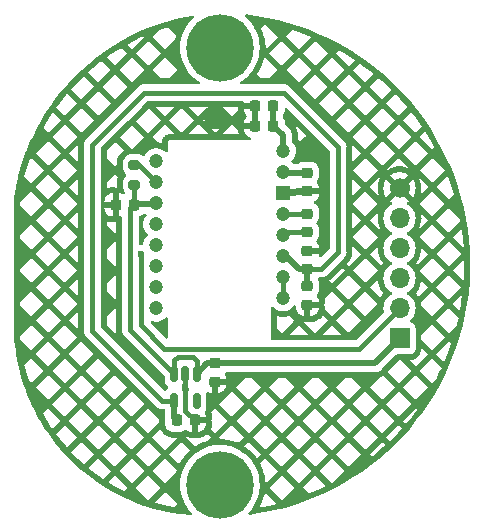
<source format=gbl>
G04 #@! TF.GenerationSoftware,KiCad,Pcbnew,7.0.7*
G04 #@! TF.CreationDate,2024-01-25T12:19:23+08:00*
G04 #@! TF.ProjectId,sensor,73656e73-6f72-42e6-9b69-6361645f7063,rev?*
G04 #@! TF.SameCoordinates,Original*
G04 #@! TF.FileFunction,Copper,L2,Bot*
G04 #@! TF.FilePolarity,Positive*
%FSLAX46Y46*%
G04 Gerber Fmt 4.6, Leading zero omitted, Abs format (unit mm)*
G04 Created by KiCad (PCBNEW 7.0.7) date 2024-01-25 12:19:23*
%MOMM*%
%LPD*%
G01*
G04 APERTURE LIST*
G04 Aperture macros list*
%AMRoundRect*
0 Rectangle with rounded corners*
0 $1 Rounding radius*
0 $2 $3 $4 $5 $6 $7 $8 $9 X,Y pos of 4 corners*
0 Add a 4 corners polygon primitive as box body*
4,1,4,$2,$3,$4,$5,$6,$7,$8,$9,$2,$3,0*
0 Add four circle primitives for the rounded corners*
1,1,$1+$1,$2,$3*
1,1,$1+$1,$4,$5*
1,1,$1+$1,$6,$7*
1,1,$1+$1,$8,$9*
0 Add four rect primitives between the rounded corners*
20,1,$1+$1,$2,$3,$4,$5,0*
20,1,$1+$1,$4,$5,$6,$7,0*
20,1,$1+$1,$6,$7,$8,$9,0*
20,1,$1+$1,$8,$9,$2,$3,0*%
G04 Aperture macros list end*
G04 #@! TA.AperFunction,ComponentPad*
%ADD10C,5.700000*%
G04 #@! TD*
G04 #@! TA.AperFunction,ComponentPad*
%ADD11R,1.700000X1.700000*%
G04 #@! TD*
G04 #@! TA.AperFunction,ComponentPad*
%ADD12O,1.700000X1.700000*%
G04 #@! TD*
G04 #@! TA.AperFunction,ComponentPad*
%ADD13C,1.700000*%
G04 #@! TD*
G04 #@! TA.AperFunction,SMDPad,CuDef*
%ADD14RoundRect,0.150000X-0.150000X0.512500X-0.150000X-0.512500X0.150000X-0.512500X0.150000X0.512500X0*%
G04 #@! TD*
G04 #@! TA.AperFunction,SMDPad,CuDef*
%ADD15RoundRect,0.225000X-0.250000X0.225000X-0.250000X-0.225000X0.250000X-0.225000X0.250000X0.225000X0*%
G04 #@! TD*
G04 #@! TA.AperFunction,SMDPad,CuDef*
%ADD16RoundRect,0.225000X0.250000X-0.225000X0.250000X0.225000X-0.250000X0.225000X-0.250000X-0.225000X0*%
G04 #@! TD*
G04 #@! TA.AperFunction,SMDPad,CuDef*
%ADD17RoundRect,0.225000X0.225000X0.250000X-0.225000X0.250000X-0.225000X-0.250000X0.225000X-0.250000X0*%
G04 #@! TD*
G04 #@! TA.AperFunction,ComponentPad*
%ADD18C,1.200000*%
G04 #@! TD*
G04 #@! TA.AperFunction,ComponentPad*
%ADD19R,1.200000X1.200000*%
G04 #@! TD*
G04 #@! TA.AperFunction,SMDPad,CuDef*
%ADD20RoundRect,0.200000X-0.275000X0.200000X-0.275000X-0.200000X0.275000X-0.200000X0.275000X0.200000X0*%
G04 #@! TD*
G04 #@! TA.AperFunction,SMDPad,CuDef*
%ADD21RoundRect,0.225000X-0.225000X-0.250000X0.225000X-0.250000X0.225000X0.250000X-0.225000X0.250000X0*%
G04 #@! TD*
G04 #@! TA.AperFunction,ViaPad*
%ADD22C,0.600000*%
G04 #@! TD*
G04 #@! TA.AperFunction,Conductor*
%ADD23C,0.400000*%
G04 #@! TD*
G04 #@! TA.AperFunction,Conductor*
%ADD24C,0.550000*%
G04 #@! TD*
G04 APERTURE END LIST*
D10*
X81600000Y-129200000D03*
D11*
X96800000Y-116800000D03*
D12*
X96800000Y-114260000D03*
X96800000Y-111720000D03*
X96800000Y-109180000D03*
X96800000Y-106640000D03*
D13*
X96800000Y-104100000D03*
D10*
X81600000Y-92200000D03*
D14*
X77724000Y-119800000D03*
X78674000Y-119800000D03*
X79624000Y-119800000D03*
X79624000Y-122075000D03*
X77724000Y-122075000D03*
D15*
X89004000Y-112415000D03*
X89004000Y-113965000D03*
D16*
X88994000Y-110940000D03*
X88994000Y-109390000D03*
D17*
X74325000Y-105500000D03*
X72775000Y-105500000D03*
D18*
X76210000Y-114280000D03*
X76210000Y-112500000D03*
X76210000Y-110720000D03*
X76210000Y-108940000D03*
X76210000Y-107160000D03*
X76210000Y-105380000D03*
X76210000Y-103600000D03*
X76210000Y-101820000D03*
X86910000Y-100930000D03*
X86910000Y-102710000D03*
D19*
X86910000Y-104490000D03*
D18*
X86910000Y-106270000D03*
X86910000Y-108050000D03*
X86910000Y-109830000D03*
X86910000Y-111610000D03*
X86910000Y-113390000D03*
D15*
X88984000Y-102805000D03*
X88984000Y-104355000D03*
D17*
X86119000Y-98840000D03*
X84569000Y-98840000D03*
D16*
X81144000Y-120467500D03*
X81144000Y-118917500D03*
X88974000Y-107795000D03*
X88974000Y-106245000D03*
D17*
X86119000Y-97136000D03*
X84569000Y-97136000D03*
D20*
X74360000Y-102145000D03*
X74360000Y-103795000D03*
D21*
X77919000Y-123747500D03*
X79469000Y-123747500D03*
D22*
X81200000Y-98200000D03*
X89200000Y-100600000D03*
X74900000Y-109700000D03*
D23*
X78674000Y-122952500D02*
X78674000Y-119380000D01*
D24*
X87090000Y-104400000D02*
X88939000Y-104400000D01*
X87045000Y-104355000D02*
X87090000Y-104400000D01*
D23*
X79469000Y-123747500D02*
X78674000Y-122952500D01*
D24*
X84569000Y-97390000D02*
X84569000Y-98840000D01*
X88939000Y-104400000D02*
X88984000Y-104355000D01*
X87005000Y-102805000D02*
X88984000Y-102805000D01*
D23*
X91600000Y-109484680D02*
X91600000Y-100600000D01*
X75200000Y-96000000D02*
X70800000Y-100400000D01*
X88994000Y-110940000D02*
X90144680Y-110940000D01*
D24*
X87154000Y-109830000D02*
X88264000Y-110940000D01*
X88264000Y-110940000D02*
X88994000Y-110940000D01*
D23*
X70800000Y-100400000D02*
X70800000Y-116200000D01*
D24*
X77744000Y-122167500D02*
X77744000Y-123572500D01*
D23*
X90144680Y-110940000D02*
X91600000Y-109484680D01*
D24*
X89004000Y-112415000D02*
X89004000Y-110950000D01*
D23*
X70800000Y-116200000D02*
X76675000Y-122075000D01*
X87000000Y-96000000D02*
X75200000Y-96000000D01*
X91600000Y-100600000D02*
X87000000Y-96000000D01*
X76675000Y-122075000D02*
X77724000Y-122075000D01*
D24*
X96800000Y-116800000D02*
X94682500Y-118917500D01*
D23*
X78054000Y-118367500D02*
X79274000Y-118367500D01*
X79624000Y-118717500D02*
X79624000Y-119380000D01*
X77744000Y-119360000D02*
X77744000Y-118677500D01*
X74324000Y-105460000D02*
X74000000Y-105784000D01*
X74000000Y-105784000D02*
X74000000Y-116076000D01*
D24*
X79624000Y-119800000D02*
X80506500Y-118917500D01*
D23*
X74000000Y-116076000D02*
X77724000Y-119800000D01*
D24*
X94682500Y-118917500D02*
X81144000Y-118917500D01*
D23*
X77744000Y-118677500D02*
X78054000Y-118367500D01*
X74360000Y-103795000D02*
X74360000Y-105424000D01*
D24*
X74324000Y-105460000D02*
X76130000Y-105460000D01*
X80506500Y-118917500D02*
X81144000Y-118917500D01*
D23*
X79274000Y-118367500D02*
X79624000Y-118717500D01*
X87165000Y-107795000D02*
X88974000Y-107795000D01*
X86935000Y-106245000D02*
X88974000Y-106245000D01*
D24*
X86119000Y-98840000D02*
X86910000Y-99631000D01*
X86119000Y-97390000D02*
X86119000Y-98840000D01*
X86910000Y-99631000D02*
X86910000Y-100930000D01*
D23*
X93360000Y-117700000D02*
X96800000Y-114260000D01*
X74900000Y-115700000D02*
X76900000Y-117700000D01*
X76900000Y-117700000D02*
X93360000Y-117700000D01*
X74900000Y-109700000D02*
X74900000Y-115700000D01*
X74755000Y-102145000D02*
X76210000Y-103600000D01*
X74360000Y-102145000D02*
X74755000Y-102145000D01*
X86910000Y-113390000D02*
X86910000Y-111610000D01*
G04 #@! TA.AperFunction,Conductor*
G36*
X84613902Y-89484746D02*
G01*
X84715065Y-89498198D01*
X85607962Y-89655804D01*
X86493355Y-89851215D01*
X87369642Y-90084080D01*
X88235241Y-90353976D01*
X89088587Y-90660416D01*
X89928138Y-91002847D01*
X90752378Y-91380649D01*
X91559816Y-91793141D01*
X92348995Y-92239576D01*
X93043054Y-92672136D01*
X93118485Y-92719147D01*
X93866899Y-93230988D01*
X94592883Y-93774175D01*
X95295126Y-94347725D01*
X95972359Y-94950602D01*
X96623358Y-95581718D01*
X97246945Y-96239930D01*
X97841996Y-96924050D01*
X98407433Y-97632842D01*
X98942236Y-98365024D01*
X99445438Y-99119274D01*
X99916130Y-99894229D01*
X100353461Y-100688488D01*
X100756640Y-101500615D01*
X101124940Y-102329145D01*
X101457694Y-103172578D01*
X101754302Y-104029391D01*
X102014227Y-104898036D01*
X102237000Y-105776943D01*
X102422218Y-106664524D01*
X102569547Y-107559175D01*
X102678719Y-108459278D01*
X102749539Y-109363209D01*
X102781877Y-110269332D01*
X102775676Y-111176011D01*
X102730947Y-112081607D01*
X102647770Y-112984484D01*
X102526296Y-113883010D01*
X102366744Y-114775562D01*
X102169403Y-115660526D01*
X101934630Y-116536304D01*
X101662847Y-117401313D01*
X101354548Y-118253989D01*
X101010288Y-119092792D01*
X100630690Y-119916206D01*
X100216440Y-120722743D01*
X99768286Y-121510946D01*
X99287039Y-122279390D01*
X98773567Y-123026686D01*
X98228800Y-123751485D01*
X97653720Y-124452477D01*
X97049368Y-125128394D01*
X96416835Y-125778015D01*
X95757266Y-126400167D01*
X95071850Y-126993724D01*
X94361828Y-127557616D01*
X93628481Y-128090822D01*
X92873136Y-128592378D01*
X92097158Y-129061380D01*
X91301947Y-129496978D01*
X90488943Y-129898387D01*
X89659613Y-130264880D01*
X88815456Y-130595795D01*
X87957998Y-130890535D01*
X87088789Y-131148566D01*
X86707460Y-131244336D01*
X86209398Y-131369423D01*
X85321416Y-131552706D01*
X84426447Y-131698084D01*
X84140767Y-131732101D01*
X84070759Y-131720294D01*
X84018248Y-131672512D01*
X83999906Y-131603925D01*
X84021556Y-131536310D01*
X84039223Y-131515506D01*
X84041837Y-131513031D01*
X84277606Y-131235463D01*
X84364060Y-131107953D01*
X84953434Y-131107953D01*
X85231118Y-131062847D01*
X86098362Y-130883845D01*
X86434703Y-130799372D01*
X85429157Y-129793826D01*
X85406994Y-129815988D01*
X85374869Y-130011954D01*
X85372968Y-130021860D01*
X85369333Y-130038372D01*
X85366902Y-130048140D01*
X85264954Y-130415324D01*
X85261996Y-130424954D01*
X85256600Y-130440972D01*
X85253124Y-130450430D01*
X85112069Y-130804454D01*
X85108083Y-130813721D01*
X85100987Y-130829054D01*
X85096516Y-130838070D01*
X84953434Y-131107953D01*
X84364060Y-131107953D01*
X84481982Y-130934031D01*
X84652569Y-130612269D01*
X84787368Y-130273949D01*
X84884798Y-129923039D01*
X84888840Y-129898387D01*
X84902348Y-129815988D01*
X84943716Y-129563651D01*
X84950329Y-129441688D01*
X85781295Y-129441688D01*
X86843371Y-130503763D01*
X87905446Y-129441688D01*
X88609723Y-129441688D01*
X89112492Y-129944457D01*
X89468002Y-129805096D01*
X90277965Y-129447163D01*
X90586842Y-129294657D01*
X89671798Y-128379613D01*
X88609723Y-129441688D01*
X87905446Y-129441688D01*
X86843370Y-128379613D01*
X85781295Y-129441688D01*
X84950329Y-129441688D01*
X84963433Y-129200000D01*
X84943716Y-128836349D01*
X84884798Y-128476961D01*
X84787368Y-128126051D01*
X84652569Y-127787731D01*
X84481982Y-127465969D01*
X84430115Y-127389471D01*
X85005084Y-127389471D01*
X85096516Y-127561930D01*
X85100987Y-127570946D01*
X85108083Y-127586279D01*
X85112069Y-127595546D01*
X85253124Y-127949570D01*
X85256600Y-127959028D01*
X85261996Y-127975046D01*
X85264954Y-127984676D01*
X85366902Y-128351860D01*
X85369333Y-128361628D01*
X85372968Y-128378140D01*
X85374869Y-128388046D01*
X85436521Y-128764118D01*
X85437883Y-128774103D01*
X85439710Y-128790906D01*
X85440528Y-128800946D01*
X85454786Y-129063920D01*
X86491232Y-128027474D01*
X87195509Y-128027474D01*
X88257584Y-129089550D01*
X89319660Y-128027474D01*
X90023936Y-128027474D01*
X91058328Y-129061866D01*
X91071982Y-129055126D01*
X91179126Y-128996434D01*
X92148086Y-128027474D01*
X91086011Y-126965399D01*
X90023936Y-128027474D01*
X89319660Y-128027474D01*
X88257584Y-126965399D01*
X87195509Y-128027474D01*
X86491232Y-128027474D01*
X85429157Y-126965399D01*
X85005084Y-127389471D01*
X84430115Y-127389471D01*
X84277606Y-127164537D01*
X84041837Y-126886969D01*
X84023803Y-126869886D01*
X83777454Y-126636531D01*
X83777439Y-126636518D01*
X83585865Y-126490888D01*
X83487515Y-126416124D01*
X83460994Y-126400167D01*
X83384969Y-126354424D01*
X83175460Y-126228366D01*
X83175454Y-126228363D01*
X82844946Y-126075453D01*
X82844934Y-126075448D01*
X82499823Y-125959167D01*
X82499822Y-125959166D01*
X82499814Y-125959164D01*
X82499809Y-125959162D01*
X82499806Y-125959162D01*
X82351290Y-125926471D01*
X83639658Y-125926471D01*
X83751502Y-125993767D01*
X83759996Y-125999196D01*
X83773985Y-126008681D01*
X83782164Y-126014555D01*
X84085535Y-126245172D01*
X84093382Y-126251478D01*
X84106273Y-126262427D01*
X84113779Y-126269162D01*
X84390445Y-126531233D01*
X84397564Y-126538352D01*
X84409190Y-126550624D01*
X84415923Y-126558130D01*
X84662636Y-126848582D01*
X84668943Y-126856430D01*
X84679174Y-126869886D01*
X84685055Y-126878076D01*
X84736430Y-126953848D01*
X85077018Y-126613260D01*
X85781295Y-126613260D01*
X86843371Y-127675336D01*
X87905446Y-126613261D01*
X87905445Y-126613260D01*
X88609723Y-126613260D01*
X89671798Y-127675336D01*
X90733873Y-126613261D01*
X91438150Y-126613261D01*
X92500225Y-127675336D01*
X93562300Y-126613261D01*
X94266577Y-126613261D01*
X94480631Y-126827315D01*
X94753845Y-126610332D01*
X95423254Y-126030638D01*
X95621295Y-125843829D01*
X95328652Y-125551186D01*
X94266577Y-126613261D01*
X93562300Y-126613261D01*
X92500225Y-125551186D01*
X91438150Y-126613261D01*
X90733873Y-126613261D01*
X89671798Y-125551186D01*
X88609723Y-126613260D01*
X87905445Y-126613260D01*
X86843370Y-125551186D01*
X85781295Y-126613260D01*
X85077018Y-126613260D01*
X84014944Y-125551186D01*
X83639658Y-125926471D01*
X82351290Y-125926471D01*
X82144159Y-125880878D01*
X82144146Y-125880875D01*
X82144143Y-125880875D01*
X82144140Y-125880874D01*
X82144131Y-125880873D01*
X81782100Y-125841500D01*
X81782093Y-125841500D01*
X81417907Y-125841500D01*
X81417899Y-125841500D01*
X81055868Y-125880873D01*
X81055840Y-125880878D01*
X80700193Y-125959162D01*
X80700176Y-125959167D01*
X80355065Y-126075448D01*
X80355053Y-126075453D01*
X80024545Y-126228363D01*
X80024538Y-126228367D01*
X79712487Y-126416122D01*
X79422560Y-126636518D01*
X79422545Y-126636531D01*
X79158162Y-126886969D01*
X78922393Y-127164538D01*
X78718017Y-127465969D01*
X78718015Y-127465973D01*
X78547430Y-127787733D01*
X78547426Y-127787742D01*
X78412632Y-128126050D01*
X78315200Y-128476965D01*
X78256284Y-128836348D01*
X78236567Y-129199997D01*
X78236567Y-129200002D01*
X78256284Y-129563651D01*
X78315200Y-129923034D01*
X78412632Y-130273949D01*
X78478903Y-130440278D01*
X78547431Y-130612269D01*
X78649321Y-130804454D01*
X78718015Y-130934026D01*
X78718017Y-130934030D01*
X78771500Y-131012911D01*
X78921576Y-131234257D01*
X78922393Y-131235461D01*
X78922392Y-131235461D01*
X79158158Y-131513026D01*
X79158161Y-131513029D01*
X79158163Y-131513031D01*
X79182738Y-131536310D01*
X79237616Y-131588293D01*
X79273315Y-131649661D01*
X79270170Y-131720588D01*
X79229177Y-131778555D01*
X79163353Y-131805158D01*
X79143664Y-131805556D01*
X79116803Y-131803997D01*
X79113773Y-131803748D01*
X78333505Y-131720549D01*
X78330489Y-131720154D01*
X77555149Y-131599392D01*
X77552155Y-131598851D01*
X76783532Y-131440804D01*
X76780568Y-131440119D01*
X76400531Y-131342640D01*
X76020489Y-131245161D01*
X76017567Y-131244336D01*
X75267759Y-131012911D01*
X75264875Y-131011944D01*
X75182829Y-130982213D01*
X74929835Y-130890535D01*
X74527136Y-130744608D01*
X74524301Y-130743503D01*
X74473918Y-130722442D01*
X76015259Y-130722442D01*
X76154426Y-130765396D01*
X76894100Y-130955119D01*
X77642184Y-131108943D01*
X77737985Y-131123865D01*
X78005950Y-130855901D01*
X76943875Y-129793826D01*
X76015259Y-130722442D01*
X74473918Y-130722442D01*
X73800317Y-130440866D01*
X73797539Y-130439626D01*
X73766712Y-130424954D01*
X73258018Y-130182839D01*
X73089002Y-130102395D01*
X73086287Y-130101022D01*
X72394852Y-129729985D01*
X72392207Y-129728483D01*
X71719488Y-129324506D01*
X71716918Y-129322877D01*
X71196903Y-128975390D01*
X72105457Y-128975390D01*
X72639564Y-129296129D01*
X73312519Y-129657249D01*
X73471893Y-129733103D01*
X73763309Y-129441688D01*
X74467586Y-129441688D01*
X75529662Y-130503763D01*
X76591737Y-129441688D01*
X75529662Y-128379612D01*
X74467586Y-129441688D01*
X73763309Y-129441688D01*
X73763310Y-129441687D01*
X72701235Y-128379613D01*
X72105457Y-128975390D01*
X71196903Y-128975390D01*
X71064488Y-128886907D01*
X71062000Y-128885156D01*
X70431368Y-128418198D01*
X70428968Y-128416329D01*
X70060323Y-128114758D01*
X69821602Y-127919473D01*
X69819304Y-127917497D01*
X69684233Y-127795659D01*
X70456760Y-127795659D01*
X70736163Y-128024224D01*
X71349913Y-128478682D01*
X71678390Y-128698179D01*
X72349096Y-128027474D01*
X73053373Y-128027474D01*
X74115449Y-129089549D01*
X75177524Y-128027474D01*
X75881800Y-128027474D01*
X76943875Y-129089549D01*
X77891341Y-128142083D01*
X77935046Y-127984676D01*
X77938004Y-127975046D01*
X77941914Y-127963438D01*
X76943875Y-126965399D01*
X75881800Y-128027474D01*
X75177524Y-128027474D01*
X74115449Y-126965399D01*
X73053373Y-128027474D01*
X72349096Y-128027474D01*
X71287021Y-126965398D01*
X70456760Y-127795659D01*
X69684233Y-127795659D01*
X69549840Y-127674432D01*
X69236619Y-127391896D01*
X69234426Y-127389819D01*
X68677809Y-126836724D01*
X68675703Y-126834528D01*
X68312482Y-126436964D01*
X68987028Y-126436964D01*
X69036294Y-126490888D01*
X69577985Y-127029152D01*
X70072722Y-127475420D01*
X70934881Y-126613261D01*
X71639160Y-126613261D01*
X72701235Y-127675336D01*
X73763310Y-126613261D01*
X74467587Y-126613261D01*
X75529662Y-127675336D01*
X76591737Y-126613261D01*
X76591736Y-126613260D01*
X77296014Y-126613260D01*
X78152406Y-127469652D01*
X78281994Y-127225222D01*
X78286962Y-127216438D01*
X78295674Y-127201960D01*
X78301092Y-127193485D01*
X78514945Y-126878076D01*
X78520826Y-126869886D01*
X78531057Y-126856430D01*
X78537364Y-126848582D01*
X78784077Y-126558130D01*
X78790810Y-126550624D01*
X78802436Y-126538352D01*
X78809555Y-126531233D01*
X79081005Y-126274101D01*
X78358089Y-125551185D01*
X77296014Y-126613260D01*
X76591736Y-126613260D01*
X75529662Y-125551185D01*
X74467587Y-126613261D01*
X73763310Y-126613261D01*
X72701235Y-125551185D01*
X71639160Y-126613261D01*
X70934881Y-126613261D01*
X70934882Y-126613260D01*
X69872807Y-125551185D01*
X68987028Y-126436964D01*
X68312482Y-126436964D01*
X68146416Y-126255197D01*
X68144419Y-126252902D01*
X68075369Y-126169580D01*
X67643722Y-125648712D01*
X67641852Y-125646341D01*
X67256774Y-125133135D01*
X67170881Y-125018661D01*
X67169118Y-125016189D01*
X67144162Y-124979351D01*
X67086969Y-124894927D01*
X67700639Y-124894927D01*
X68033889Y-125339061D01*
X68521147Y-125927033D01*
X68650786Y-126068930D01*
X69520669Y-125199047D01*
X70224946Y-125199047D01*
X71287021Y-126261123D01*
X72349097Y-125199047D01*
X73053373Y-125199047D01*
X74115449Y-126261122D01*
X75177523Y-125199048D01*
X75881801Y-125199048D01*
X76943876Y-126261122D01*
X77975999Y-125229000D01*
X77637191Y-125229000D01*
X77627739Y-125228760D01*
X77611877Y-125227953D01*
X77602421Y-125227230D01*
X77478818Y-125214601D01*
X77475409Y-125214158D01*
X77458760Y-125211533D01*
X77455383Y-125210906D01*
X77425447Y-125204498D01*
X77422104Y-125203686D01*
X77405838Y-125199264D01*
X77405122Y-125199048D01*
X78710228Y-125199048D01*
X79483741Y-125972561D01*
X79775042Y-125797290D01*
X79783821Y-125792327D01*
X79798753Y-125784412D01*
X79807771Y-125779940D01*
X80153634Y-125619926D01*
X80162900Y-125615940D01*
X80178610Y-125609682D01*
X80188057Y-125606213D01*
X80548741Y-125484682D01*
X80834376Y-125199047D01*
X81538654Y-125199047D01*
X81683107Y-125343500D01*
X81790551Y-125343500D01*
X81800633Y-125343774D01*
X81817505Y-125344689D01*
X81827537Y-125345506D01*
X82206381Y-125386708D01*
X82216349Y-125388066D01*
X82233029Y-125390798D01*
X82242939Y-125392700D01*
X82615127Y-125474625D01*
X82624900Y-125477056D01*
X82641182Y-125481576D01*
X82650817Y-125484534D01*
X83011943Y-125606213D01*
X83021390Y-125609682D01*
X83037100Y-125615940D01*
X83046366Y-125619926D01*
X83180068Y-125681782D01*
X83662805Y-125199047D01*
X84367081Y-125199047D01*
X85429157Y-126261123D01*
X86491232Y-125199047D01*
X87195509Y-125199047D01*
X88257584Y-126261123D01*
X89319660Y-125199047D01*
X90023936Y-125199047D01*
X91086011Y-126261123D01*
X92148087Y-125199047D01*
X92852363Y-125199047D01*
X93914438Y-126261123D01*
X94976514Y-125199047D01*
X95680790Y-125199047D01*
X95983713Y-125501970D01*
X96067420Y-125423014D01*
X96685181Y-124788564D01*
X97019995Y-124414101D01*
X96742866Y-124136972D01*
X95680790Y-125199047D01*
X94976514Y-125199047D01*
X93914438Y-124136972D01*
X92852363Y-125199047D01*
X92148087Y-125199047D01*
X91086011Y-124136972D01*
X90023936Y-125199047D01*
X89319660Y-125199047D01*
X88257584Y-124136972D01*
X87195509Y-125199047D01*
X86491232Y-125199047D01*
X85429157Y-124136972D01*
X84367081Y-125199047D01*
X83662805Y-125199047D01*
X82600730Y-124136972D01*
X81538654Y-125199047D01*
X80834376Y-125199047D01*
X80533863Y-124898533D01*
X80492320Y-124940077D01*
X80489655Y-124942591D01*
X80476221Y-124954547D01*
X80473412Y-124956904D01*
X80447793Y-124977161D01*
X80444851Y-124979351D01*
X80430122Y-124989663D01*
X80427062Y-124991676D01*
X80253429Y-125098773D01*
X80250257Y-125100605D01*
X80234432Y-125109138D01*
X80231155Y-125110784D01*
X80201556Y-125124587D01*
X80198191Y-125126038D01*
X80181479Y-125132678D01*
X80178034Y-125133932D01*
X79985350Y-125197780D01*
X79982064Y-125198771D01*
X79965795Y-125203195D01*
X79962450Y-125204007D01*
X79932509Y-125210416D01*
X79929130Y-125211043D01*
X79912483Y-125213667D01*
X79909077Y-125214109D01*
X79785551Y-125226730D01*
X79776095Y-125227453D01*
X79760233Y-125228260D01*
X79750781Y-125228500D01*
X79621877Y-125228500D01*
X79573659Y-125218909D01*
X79483243Y-125181458D01*
X79468999Y-125171940D01*
X79454757Y-125181458D01*
X79364341Y-125218909D01*
X79316123Y-125228500D01*
X79187219Y-125228500D01*
X79177767Y-125228260D01*
X79161905Y-125227453D01*
X79152449Y-125226730D01*
X79028923Y-125214109D01*
X79025517Y-125213667D01*
X79008870Y-125211043D01*
X79005491Y-125210416D01*
X78975550Y-125204007D01*
X78972205Y-125203195D01*
X78955936Y-125198771D01*
X78952650Y-125197780D01*
X78771516Y-125137759D01*
X78710228Y-125199048D01*
X77405122Y-125199048D01*
X77402551Y-125198273D01*
X77209755Y-125134388D01*
X77206311Y-125133135D01*
X77189598Y-125126495D01*
X77186232Y-125125043D01*
X77156633Y-125111241D01*
X77153358Y-125109596D01*
X77137531Y-125101062D01*
X77134357Y-125099230D01*
X76960625Y-124992069D01*
X76957566Y-124990057D01*
X76942838Y-124979746D01*
X76939895Y-124977555D01*
X76914276Y-124957298D01*
X76911467Y-124954941D01*
X76898033Y-124942986D01*
X76895368Y-124940471D01*
X76751029Y-124796132D01*
X76748514Y-124793467D01*
X76736559Y-124780033D01*
X76734202Y-124777224D01*
X76713945Y-124751605D01*
X76711754Y-124748662D01*
X76701443Y-124733934D01*
X76699431Y-124730875D01*
X76592270Y-124557143D01*
X76590438Y-124553969D01*
X76581904Y-124538142D01*
X76580259Y-124534867D01*
X76569358Y-124511490D01*
X75881801Y-125199048D01*
X75177523Y-125199048D01*
X75177524Y-125199047D01*
X74115449Y-124136972D01*
X73053373Y-125199047D01*
X72349097Y-125199047D01*
X71287021Y-124136972D01*
X70224946Y-125199047D01*
X69520669Y-125199047D01*
X68458595Y-124136972D01*
X67700639Y-124894927D01*
X67086969Y-124894927D01*
X66729012Y-124366540D01*
X66727381Y-124364002D01*
X66319131Y-123693843D01*
X66317612Y-123691207D01*
X66130771Y-123348270D01*
X66032368Y-123167656D01*
X66599483Y-123167656D01*
X66749887Y-123443716D01*
X67147220Y-124095956D01*
X67408965Y-124482322D01*
X68106454Y-123784834D01*
X68810733Y-123784834D01*
X69872808Y-124846909D01*
X70934883Y-123784834D01*
X71639160Y-123784834D01*
X72701235Y-124846909D01*
X73763310Y-123784834D01*
X74467587Y-123784834D01*
X75529662Y-124846909D01*
X76462500Y-123914070D01*
X76462500Y-123655596D01*
X75529662Y-122722758D01*
X74467587Y-123784834D01*
X73763310Y-123784834D01*
X72701235Y-122722758D01*
X71639160Y-123784834D01*
X70934883Y-123784834D01*
X69872808Y-122722759D01*
X68810733Y-123784834D01*
X68106454Y-123784834D01*
X68106455Y-123784833D01*
X67044381Y-122722759D01*
X66599483Y-123167656D01*
X66032368Y-123167656D01*
X65942190Y-123002139D01*
X65940809Y-122999450D01*
X65636603Y-122370620D01*
X67396519Y-122370620D01*
X68458594Y-123432695D01*
X69520670Y-122370620D01*
X70224946Y-122370620D01*
X71287021Y-123432695D01*
X72349097Y-122370620D01*
X73053373Y-122370620D01*
X74115449Y-123432695D01*
X75177524Y-122370620D01*
X74115449Y-121308544D01*
X73053373Y-122370620D01*
X72349097Y-122370620D01*
X71287021Y-121308544D01*
X70224946Y-122370620D01*
X69520670Y-122370620D01*
X68458594Y-121308544D01*
X67396519Y-122370620D01*
X65636603Y-122370620D01*
X65599083Y-122293061D01*
X65597838Y-122290322D01*
X65290590Y-121568226D01*
X65289479Y-121565427D01*
X65064402Y-120956407D01*
X65982305Y-120956407D01*
X67044381Y-122018482D01*
X68106456Y-120956407D01*
X68810733Y-120956407D01*
X69872808Y-122018482D01*
X70934883Y-120956407D01*
X71639160Y-120956407D01*
X72701235Y-122018482D01*
X73763310Y-120956407D01*
X72701235Y-119894331D01*
X71639160Y-120956407D01*
X70934883Y-120956407D01*
X69872807Y-119894332D01*
X68810733Y-120956407D01*
X68106456Y-120956407D01*
X67044380Y-119894332D01*
X65982305Y-120956407D01*
X65064402Y-120956407D01*
X65017454Y-120829373D01*
X65016479Y-120826529D01*
X64780289Y-120078177D01*
X64779462Y-120075318D01*
X64579666Y-119316432D01*
X64578963Y-119313472D01*
X64554835Y-119199795D01*
X64527970Y-119073222D01*
X65037062Y-119073222D01*
X65063928Y-119199795D01*
X65258366Y-119938332D01*
X65394010Y-120368111D01*
X65630167Y-120604268D01*
X66692243Y-119542193D01*
X67396519Y-119542193D01*
X68458594Y-120604268D01*
X69520670Y-119542193D01*
X70224946Y-119542193D01*
X71287021Y-120604268D01*
X72349097Y-119542193D01*
X71287021Y-118480117D01*
X70224946Y-119542193D01*
X69520670Y-119542193D01*
X68458594Y-118480117D01*
X67396519Y-119542193D01*
X66692243Y-119542193D01*
X65630168Y-118480118D01*
X65037062Y-119073222D01*
X64527970Y-119073222D01*
X64416039Y-118545877D01*
X64415486Y-118542926D01*
X64348155Y-118127979D01*
X65982305Y-118127979D01*
X67044381Y-119190055D01*
X68106456Y-118127979D01*
X68810732Y-118127979D01*
X69872808Y-119190055D01*
X70934883Y-118127979D01*
X69872807Y-117065904D01*
X68810732Y-118127979D01*
X68106456Y-118127979D01*
X67044381Y-117065904D01*
X65982305Y-118127979D01*
X64348155Y-118127979D01*
X64289794Y-117768311D01*
X64289388Y-117765358D01*
X64201231Y-116985591D01*
X64200964Y-116982578D01*
X64199162Y-116954595D01*
X64176726Y-116606100D01*
X64675757Y-116606100D01*
X64690573Y-116836247D01*
X65630167Y-117775841D01*
X66692242Y-116713766D01*
X67396519Y-116713766D01*
X68458594Y-117775841D01*
X69520670Y-116713765D01*
X68458594Y-115651690D01*
X67396519Y-116713766D01*
X66692242Y-116713766D01*
X66692243Y-116713765D01*
X65630168Y-115651691D01*
X64675757Y-116606100D01*
X64176726Y-116606100D01*
X64165770Y-116435919D01*
X64150630Y-116200751D01*
X64150500Y-116196702D01*
X64150500Y-115299552D01*
X65982305Y-115299552D01*
X67044381Y-116361628D01*
X68106456Y-115299552D01*
X68810732Y-115299552D01*
X69593500Y-116082320D01*
X69593500Y-114516785D01*
X68810732Y-115299552D01*
X68106456Y-115299552D01*
X67044381Y-114237477D01*
X65982305Y-115299552D01*
X64150500Y-115299552D01*
X64150500Y-113965746D01*
X64648500Y-113965746D01*
X65630168Y-114947414D01*
X66692242Y-113885339D01*
X67396519Y-113885339D01*
X68458594Y-114947414D01*
X69520670Y-113885339D01*
X68458594Y-112823263D01*
X67396519Y-113885339D01*
X66692242Y-113885339D01*
X66692243Y-113885338D01*
X65630167Y-112823263D01*
X64648500Y-113804931D01*
X64648500Y-113965746D01*
X64150500Y-113965746D01*
X64150500Y-112471125D01*
X65982305Y-112471125D01*
X67044381Y-113533200D01*
X68106456Y-112471125D01*
X68810732Y-112471125D01*
X69593500Y-113253892D01*
X69593500Y-111688358D01*
X68810732Y-112471125D01*
X68106456Y-112471125D01*
X67044381Y-111409050D01*
X65982305Y-112471125D01*
X64150500Y-112471125D01*
X64150500Y-111137319D01*
X64648500Y-111137319D01*
X65630168Y-112118986D01*
X66692243Y-111056912D01*
X67396519Y-111056912D01*
X68458594Y-112118987D01*
X69520670Y-111056912D01*
X68458594Y-109994836D01*
X67396519Y-111056912D01*
X66692243Y-111056912D01*
X65630167Y-109994836D01*
X64648500Y-110976504D01*
X64648500Y-111137319D01*
X64150500Y-111137319D01*
X64150500Y-109642698D01*
X65982305Y-109642698D01*
X67044381Y-110704773D01*
X68106456Y-109642698D01*
X68810733Y-109642698D01*
X69593500Y-110425465D01*
X69593500Y-108859931D01*
X68810733Y-109642698D01*
X68106456Y-109642698D01*
X67044381Y-108580623D01*
X65982305Y-109642698D01*
X64150500Y-109642698D01*
X64150500Y-108308892D01*
X64648500Y-108308892D01*
X65630168Y-109290560D01*
X66692243Y-108228484D01*
X67396519Y-108228484D01*
X68458594Y-109290560D01*
X69520670Y-108228484D01*
X68458594Y-107166409D01*
X67396519Y-108228484D01*
X66692243Y-108228484D01*
X65630167Y-107166409D01*
X64648500Y-108148077D01*
X64648500Y-108308892D01*
X64150500Y-108308892D01*
X64150500Y-106814271D01*
X65982305Y-106814271D01*
X67044381Y-107876346D01*
X68106456Y-106814271D01*
X68106455Y-106814270D01*
X68810732Y-106814270D01*
X69593500Y-107597038D01*
X69593500Y-106031503D01*
X68810732Y-106814270D01*
X68106455Y-106814270D01*
X67044380Y-105752195D01*
X65982305Y-106814271D01*
X64150500Y-106814271D01*
X64150500Y-105480465D01*
X64648500Y-105480465D01*
X65630168Y-106462133D01*
X66692243Y-105400057D01*
X67396519Y-105400057D01*
X68458594Y-106462133D01*
X69520670Y-105400057D01*
X68458594Y-104337982D01*
X67396519Y-105400057D01*
X66692243Y-105400057D01*
X65630167Y-104337982D01*
X64648500Y-105319649D01*
X64648500Y-105480465D01*
X64150500Y-105480465D01*
X64150500Y-104915117D01*
X64152353Y-104893586D01*
X64153602Y-104886384D01*
X64291708Y-104090076D01*
X64292253Y-104087306D01*
X64292299Y-104087101D01*
X64314601Y-103985844D01*
X65982306Y-103985844D01*
X67044381Y-105047919D01*
X68106456Y-103985844D01*
X68810733Y-103985844D01*
X69593500Y-104768611D01*
X69593500Y-103203077D01*
X68810733Y-103985844D01*
X68106456Y-103985844D01*
X67044381Y-102923769D01*
X65982306Y-103985844D01*
X64314601Y-103985844D01*
X64398011Y-103607135D01*
X64470396Y-103278487D01*
X64471069Y-103275729D01*
X64531422Y-103050533D01*
X65046995Y-103050533D01*
X65630168Y-103633706D01*
X66692243Y-102571630D01*
X67396519Y-102571630D01*
X68458594Y-103633706D01*
X69520670Y-102571630D01*
X68458594Y-101509555D01*
X67396519Y-102571630D01*
X66692243Y-102571630D01*
X65630168Y-101509555D01*
X65473162Y-101666561D01*
X65408239Y-101843334D01*
X65163944Y-102614160D01*
X65046995Y-103050533D01*
X64531422Y-103050533D01*
X64685470Y-102475730D01*
X64686245Y-102473079D01*
X64936471Y-101683539D01*
X64937377Y-101680888D01*
X65129632Y-101157417D01*
X65982306Y-101157417D01*
X67044381Y-102219492D01*
X68106456Y-101157417D01*
X68106455Y-101157416D01*
X68810732Y-101157416D01*
X69593500Y-101940184D01*
X69593500Y-100436453D01*
X69589974Y-100378174D01*
X68810732Y-101157416D01*
X68106455Y-101157416D01*
X67044381Y-100095342D01*
X65982306Y-101157417D01*
X65129632Y-101157417D01*
X65222920Y-100903413D01*
X65223941Y-100900816D01*
X65256376Y-100823463D01*
X65544216Y-100136994D01*
X65545348Y-100134455D01*
X65730547Y-99743203D01*
X67396519Y-99743203D01*
X68458594Y-100805278D01*
X69520670Y-99743203D01*
X68458594Y-98681127D01*
X67396519Y-99743203D01*
X65730547Y-99743203D01*
X65899697Y-99385857D01*
X65900968Y-99383322D01*
X65902385Y-99380649D01*
X66099089Y-99009333D01*
X66662649Y-99009333D01*
X67044380Y-99391065D01*
X68106456Y-98328990D01*
X68810733Y-98328990D01*
X69872808Y-99391065D01*
X70934883Y-98328990D01*
X69872808Y-97266915D01*
X68810733Y-98328990D01*
X68106456Y-98328990D01*
X67465581Y-97688115D01*
X67134462Y-98196512D01*
X66724139Y-98893261D01*
X66662649Y-99009333D01*
X66099089Y-99009333D01*
X66288662Y-98651478D01*
X66290045Y-98649004D01*
X66341901Y-98560951D01*
X66710322Y-97935354D01*
X66711792Y-97932979D01*
X67142595Y-97271529D01*
X67753272Y-97271529D01*
X68458594Y-97976851D01*
X69520670Y-96914776D01*
X70224946Y-96914776D01*
X71287021Y-97976851D01*
X72349097Y-96914776D01*
X71287021Y-95852700D01*
X70224946Y-96914776D01*
X69520670Y-96914776D01*
X68679772Y-96073878D01*
X68547616Y-96226865D01*
X68047101Y-96861993D01*
X67753272Y-97271529D01*
X67142595Y-97271529D01*
X67163808Y-97238959D01*
X67165384Y-97236651D01*
X67648232Y-96563659D01*
X67649882Y-96561466D01*
X68162538Y-95910930D01*
X68164311Y-95908781D01*
X68348108Y-95696015D01*
X69006185Y-95696015D01*
X69872808Y-96562638D01*
X70934883Y-95500562D01*
X71639159Y-95500562D01*
X72701235Y-96562638D01*
X73763310Y-95500562D01*
X72701235Y-94438487D01*
X71639159Y-95500562D01*
X70934883Y-95500562D01*
X70053959Y-94619638D01*
X69631784Y-95027533D01*
X69076174Y-95614996D01*
X69006185Y-95696015D01*
X68348108Y-95696015D01*
X68705772Y-95281978D01*
X68707600Y-95279955D01*
X69276718Y-94678209D01*
X69278681Y-94676224D01*
X69686311Y-94282383D01*
X70420980Y-94282383D01*
X71287021Y-95148424D01*
X72349097Y-94086349D01*
X73053374Y-94086349D01*
X74115449Y-95148424D01*
X75177524Y-94086349D01*
X75881801Y-94086349D01*
X76588952Y-94793500D01*
X77298800Y-94793500D01*
X78005950Y-94086349D01*
X76943876Y-93024274D01*
X75881801Y-94086349D01*
X75177524Y-94086349D01*
X74115449Y-93024274D01*
X73053374Y-94086349D01*
X72349097Y-94086349D01*
X71585885Y-93323137D01*
X71449262Y-93423382D01*
X70819530Y-93930614D01*
X70420980Y-94282383D01*
X69686311Y-94282383D01*
X69874337Y-94100717D01*
X69876413Y-94098801D01*
X70497343Y-93550753D01*
X70499513Y-93548923D01*
X71144502Y-93029401D01*
X71146740Y-93027678D01*
X71150281Y-93025080D01*
X71992104Y-93025080D01*
X72701235Y-93734211D01*
X73763310Y-92672135D01*
X74467586Y-92672135D01*
X75529662Y-93734211D01*
X76591737Y-92672135D01*
X75529662Y-91610060D01*
X74467586Y-92672135D01*
X73763310Y-92672135D01*
X73281519Y-92190344D01*
X72773985Y-92496567D01*
X72101213Y-92945024D01*
X71992104Y-93025080D01*
X71150281Y-93025080D01*
X71814537Y-92537696D01*
X71816787Y-92536123D01*
X72505975Y-92076722D01*
X72508297Y-92075249D01*
X72740429Y-91935191D01*
X73730643Y-91935191D01*
X74115448Y-92319997D01*
X75177524Y-91257922D01*
X75881801Y-91257922D01*
X76943875Y-92319996D01*
X77815190Y-91448681D01*
X77825131Y-91388045D01*
X77827032Y-91378140D01*
X77830667Y-91361628D01*
X77833098Y-91351860D01*
X77891075Y-91143046D01*
X77214722Y-90466693D01*
X77170412Y-90479076D01*
X76411048Y-90728674D01*
X75881801Y-91257922D01*
X75177524Y-91257922D01*
X75151624Y-91232022D01*
X74903881Y-91339021D01*
X74176792Y-91692720D01*
X73730643Y-91935191D01*
X72740429Y-91935191D01*
X73217476Y-91647363D01*
X73219882Y-91645984D01*
X73947640Y-91250466D01*
X73950073Y-91249213D01*
X74694893Y-90886889D01*
X74697450Y-90885717D01*
X74835139Y-90826250D01*
X75457804Y-90557325D01*
X75460385Y-90556279D01*
X76234731Y-90262485D01*
X76237408Y-90261538D01*
X76437262Y-90195847D01*
X77024228Y-90002914D01*
X77026896Y-90002104D01*
X77824577Y-89779185D01*
X77827283Y-89778495D01*
X78634194Y-89591737D01*
X78636897Y-89591175D01*
X79253626Y-89477431D01*
X79324242Y-89484746D01*
X79379695Y-89529079D01*
X79402377Y-89596355D01*
X79385087Y-89665214D01*
X79363126Y-89692816D01*
X79158162Y-89886968D01*
X78922393Y-90164538D01*
X78718017Y-90465969D01*
X78718015Y-90465973D01*
X78547430Y-90787733D01*
X78547426Y-90787742D01*
X78412632Y-91126050D01*
X78315200Y-91476965D01*
X78256284Y-91836348D01*
X78236567Y-92199997D01*
X78236567Y-92200002D01*
X78256284Y-92563651D01*
X78315200Y-92923034D01*
X78412632Y-93273949D01*
X78522546Y-93549814D01*
X78547431Y-93612269D01*
X78616206Y-93741993D01*
X78718015Y-93934026D01*
X78718017Y-93934030D01*
X78922393Y-94235461D01*
X78922392Y-94235461D01*
X79158162Y-94513030D01*
X79422545Y-94763468D01*
X79422560Y-94763481D01*
X79712485Y-94983876D01*
X79712488Y-94983877D01*
X79712487Y-94983877D01*
X79834908Y-95057536D01*
X79882966Y-95109795D01*
X79895141Y-95179740D01*
X79867568Y-95245164D01*
X79809002Y-95285295D01*
X79769948Y-95291500D01*
X75223319Y-95291500D01*
X75219519Y-95291385D01*
X75156908Y-95287598D01*
X75156907Y-95287598D01*
X75156905Y-95287598D01*
X75095218Y-95298902D01*
X75091459Y-95299474D01*
X75083178Y-95300480D01*
X75029202Y-95307034D01*
X75029195Y-95307035D01*
X75019661Y-95310651D01*
X74997710Y-95316770D01*
X74987678Y-95318609D01*
X74987664Y-95318613D01*
X74930479Y-95344350D01*
X74926965Y-95345805D01*
X74877389Y-95364608D01*
X74868325Y-95368046D01*
X74868324Y-95368046D01*
X74868323Y-95368047D01*
X74859929Y-95373841D01*
X74840074Y-95385039D01*
X74830777Y-95389223D01*
X74830776Y-95389224D01*
X74781414Y-95427895D01*
X74778351Y-95430149D01*
X74726727Y-95465783D01*
X74726727Y-95465784D01*
X74685126Y-95512740D01*
X74682518Y-95515511D01*
X70315511Y-99882518D01*
X70312740Y-99885126D01*
X70265784Y-99926726D01*
X70230157Y-99978339D01*
X70227904Y-99981401D01*
X70189227Y-100030769D01*
X70189222Y-100030779D01*
X70185035Y-100040080D01*
X70173846Y-100059921D01*
X70168045Y-100068326D01*
X70145807Y-100126961D01*
X70144351Y-100130476D01*
X70118613Y-100187665D01*
X70118609Y-100187678D01*
X70116770Y-100197711D01*
X70110651Y-100219661D01*
X70107034Y-100229199D01*
X70099476Y-100291441D01*
X70098904Y-100295201D01*
X70093084Y-100326967D01*
X70087598Y-100356907D01*
X70091317Y-100418393D01*
X70091385Y-100419508D01*
X70091500Y-100423313D01*
X70091500Y-116176685D01*
X70091385Y-116180488D01*
X70087598Y-116243093D01*
X70091985Y-116267035D01*
X70098902Y-116304782D01*
X70099475Y-116308544D01*
X70107033Y-116370794D01*
X70107034Y-116370798D01*
X70110650Y-116380333D01*
X70116771Y-116402289D01*
X70118612Y-116412332D01*
X70144353Y-116469528D01*
X70145809Y-116473043D01*
X70153568Y-116493500D01*
X70168046Y-116531675D01*
X70171241Y-116536304D01*
X70173840Y-116540069D01*
X70185035Y-116559919D01*
X70189223Y-116569222D01*
X70189225Y-116569226D01*
X70206184Y-116590872D01*
X70227899Y-116618590D01*
X70230154Y-116621655D01*
X70265783Y-116673271D01*
X70265784Y-116673272D01*
X70265785Y-116673273D01*
X70312750Y-116714880D01*
X70315494Y-116717464D01*
X76157533Y-122559503D01*
X76160119Y-122562249D01*
X76201727Y-122609215D01*
X76234666Y-122631951D01*
X76253355Y-122644852D01*
X76256389Y-122647083D01*
X76305775Y-122685775D01*
X76315070Y-122689958D01*
X76334933Y-122701161D01*
X76343325Y-122706954D01*
X76401986Y-122729200D01*
X76405466Y-122730642D01*
X76462671Y-122756389D01*
X76472704Y-122758227D01*
X76494668Y-122764351D01*
X76504196Y-122767964D01*
X76504199Y-122767965D01*
X76566470Y-122775525D01*
X76570193Y-122776092D01*
X76631908Y-122787402D01*
X76694519Y-122783614D01*
X76698319Y-122783500D01*
X76834500Y-122783500D01*
X76902621Y-122803502D01*
X76949114Y-122857158D01*
X76960500Y-122909500D01*
X76960500Y-124046380D01*
X76960499Y-124046380D01*
X76970763Y-124146833D01*
X76970764Y-124146836D01*
X77024698Y-124309601D01*
X77059047Y-124365289D01*
X77114715Y-124455540D01*
X77114720Y-124455546D01*
X77235953Y-124576779D01*
X77235959Y-124576784D01*
X77235960Y-124576785D01*
X77381899Y-124666802D01*
X77544664Y-124720736D01*
X77564756Y-124722788D01*
X77645120Y-124731000D01*
X77645128Y-124731000D01*
X78192880Y-124731000D01*
X78265936Y-124723535D01*
X78293336Y-124720736D01*
X78456101Y-124666802D01*
X78602040Y-124576785D01*
X78605250Y-124573574D01*
X78667554Y-124539545D01*
X78738370Y-124544601D01*
X78783447Y-124573567D01*
X78786266Y-124576386D01*
X78786270Y-124576389D01*
X78932115Y-124666347D01*
X79094758Y-124720242D01*
X79094770Y-124720244D01*
X79195147Y-124730499D01*
X79195147Y-124730500D01*
X79215000Y-124730500D01*
X79215000Y-124001500D01*
X79723000Y-124001500D01*
X79723000Y-124730500D01*
X79742853Y-124730500D01*
X79742852Y-124730499D01*
X79843229Y-124720244D01*
X79843241Y-124720242D01*
X80005884Y-124666347D01*
X80151728Y-124576390D01*
X80151734Y-124576385D01*
X80239855Y-124488264D01*
X80827872Y-124488264D01*
X81186517Y-124846909D01*
X82248591Y-123784834D01*
X82952869Y-123784834D01*
X84014944Y-124846908D01*
X85077019Y-123784834D01*
X85077018Y-123784833D01*
X85781295Y-123784833D01*
X86843371Y-124846908D01*
X87905446Y-123784834D01*
X88609723Y-123784834D01*
X89671798Y-124846909D01*
X90733873Y-123784834D01*
X91438149Y-123784834D01*
X92500225Y-124846909D01*
X93562300Y-123784834D01*
X94266577Y-123784834D01*
X95328652Y-124846909D01*
X96390727Y-123784834D01*
X97095004Y-123784834D01*
X97348960Y-124038790D01*
X97837068Y-123443812D01*
X98283785Y-122849465D01*
X98157079Y-122722758D01*
X97095004Y-123784834D01*
X96390727Y-123784834D01*
X95328652Y-122722758D01*
X94266577Y-123784834D01*
X93562300Y-123784834D01*
X92500225Y-122722758D01*
X91438149Y-123784834D01*
X90733873Y-123784834D01*
X89671798Y-122722758D01*
X88609723Y-123784834D01*
X87905446Y-123784834D01*
X86843370Y-122722758D01*
X85781295Y-123784833D01*
X85077018Y-123784833D01*
X84014944Y-122722759D01*
X82952869Y-123784834D01*
X82248591Y-123784834D01*
X81186517Y-122722759D01*
X80846703Y-123062572D01*
X80894280Y-123206150D01*
X80895271Y-123209436D01*
X80899695Y-123225705D01*
X80900507Y-123229050D01*
X80906916Y-123258991D01*
X80907543Y-123262370D01*
X80910167Y-123279017D01*
X80910609Y-123282423D01*
X80923230Y-123405949D01*
X80923953Y-123415405D01*
X80924760Y-123431267D01*
X80925000Y-123440719D01*
X80925000Y-123594623D01*
X80915409Y-123642841D01*
X80877958Y-123733257D01*
X80868441Y-123747499D01*
X80877958Y-123761743D01*
X80915409Y-123852159D01*
X80925000Y-123900377D01*
X80925000Y-124054281D01*
X80924760Y-124063733D01*
X80923953Y-124079595D01*
X80923230Y-124089051D01*
X80910609Y-124212577D01*
X80910167Y-124215983D01*
X80907543Y-124232630D01*
X80906916Y-124236009D01*
X80900507Y-124265950D01*
X80899695Y-124269295D01*
X80895271Y-124285564D01*
X80894280Y-124288850D01*
X80830432Y-124481534D01*
X80829178Y-124484979D01*
X80827872Y-124488264D01*
X80239855Y-124488264D01*
X80272885Y-124455234D01*
X80272890Y-124455228D01*
X80362847Y-124309384D01*
X80416742Y-124146741D01*
X80416744Y-124146729D01*
X80426999Y-124046352D01*
X80427000Y-124046352D01*
X80427000Y-124001500D01*
X79723000Y-124001500D01*
X79215000Y-124001500D01*
X79215000Y-123619500D01*
X79235002Y-123551379D01*
X79288658Y-123504886D01*
X79341000Y-123493500D01*
X80427000Y-123493500D01*
X80427000Y-123448647D01*
X80416744Y-123348270D01*
X80416742Y-123348258D01*
X80362847Y-123185615D01*
X80312168Y-123103451D01*
X80293431Y-123034971D01*
X80310955Y-122973167D01*
X80383145Y-122851101D01*
X80429562Y-122691331D01*
X80432500Y-122654002D01*
X80432500Y-122370620D01*
X81538654Y-122370620D01*
X82600730Y-123432695D01*
X83662805Y-122370620D01*
X84367081Y-122370620D01*
X85429157Y-123432695D01*
X86491232Y-122370620D01*
X87195509Y-122370620D01*
X88257584Y-123432695D01*
X89319660Y-122370620D01*
X90023936Y-122370620D01*
X91086011Y-123432695D01*
X92148087Y-122370620D01*
X92852363Y-122370620D01*
X93914438Y-123432695D01*
X94976514Y-122370620D01*
X95680790Y-122370620D01*
X96742866Y-123432695D01*
X97804941Y-122370620D01*
X96742866Y-121308544D01*
X95680790Y-122370620D01*
X94976514Y-122370620D01*
X93914438Y-121308544D01*
X92852363Y-122370620D01*
X92148087Y-122370620D01*
X91086011Y-121308544D01*
X90023936Y-122370620D01*
X89319660Y-122370620D01*
X88257584Y-121308544D01*
X87195509Y-122370620D01*
X86491232Y-122370620D01*
X85429157Y-121308544D01*
X84367081Y-122370620D01*
X83662805Y-122370620D01*
X82600730Y-121308544D01*
X81538654Y-122370620D01*
X80432500Y-122370620D01*
X80432500Y-121496004D01*
X80432503Y-121496038D01*
X80447087Y-121426556D01*
X80496921Y-121375988D01*
X80566183Y-121360390D01*
X80597746Y-121366527D01*
X80744758Y-121415242D01*
X80744770Y-121415244D01*
X80845147Y-121425499D01*
X80845147Y-121425500D01*
X80890000Y-121425500D01*
X80890000Y-120721500D01*
X81398000Y-120721500D01*
X81398000Y-121425500D01*
X81442853Y-121425500D01*
X81442852Y-121425499D01*
X81543229Y-121415244D01*
X81543241Y-121415242D01*
X81705884Y-121361347D01*
X81851728Y-121271390D01*
X81851734Y-121271385D01*
X81972885Y-121150234D01*
X81972890Y-121150228D01*
X82062847Y-121004384D01*
X82078745Y-120956407D01*
X82952868Y-120956407D01*
X84014944Y-122018481D01*
X85077019Y-120956407D01*
X85781296Y-120956407D01*
X86843371Y-122018482D01*
X87905446Y-120956407D01*
X88609723Y-120956407D01*
X89671798Y-122018482D01*
X90733873Y-120956407D01*
X91438150Y-120956407D01*
X92500225Y-122018482D01*
X93562299Y-120956407D01*
X94266577Y-120956407D01*
X95328652Y-122018482D01*
X96390727Y-120956407D01*
X97095004Y-120956407D01*
X98157079Y-122018482D01*
X99219154Y-120956407D01*
X98157079Y-119894331D01*
X97095004Y-120956407D01*
X96390727Y-120956407D01*
X95410421Y-119976101D01*
X95400179Y-119984270D01*
X95397355Y-119986396D01*
X95383211Y-119996433D01*
X95380269Y-119998398D01*
X95353598Y-120015156D01*
X95350552Y-120016953D01*
X95335372Y-120025342D01*
X95332231Y-120026964D01*
X95303361Y-120040864D01*
X95276229Y-120057916D01*
X95273181Y-120059714D01*
X95258001Y-120068104D01*
X95254860Y-120069726D01*
X95226485Y-120083390D01*
X95223260Y-120084833D01*
X95207240Y-120091469D01*
X95203937Y-120092730D01*
X95173680Y-120103316D01*
X95144803Y-120117225D01*
X95141575Y-120118669D01*
X95125549Y-120125307D01*
X95122245Y-120126569D01*
X95092519Y-120136969D01*
X95089153Y-120138042D01*
X95083237Y-120139746D01*
X94266577Y-120956407D01*
X93562299Y-120956407D01*
X92804893Y-120199000D01*
X92195557Y-120199000D01*
X91438150Y-120956407D01*
X90733873Y-120956407D01*
X89976466Y-120199000D01*
X89367130Y-120199000D01*
X88609723Y-120956407D01*
X87905446Y-120956407D01*
X87148039Y-120199000D01*
X86538703Y-120199000D01*
X85781296Y-120956407D01*
X85077019Y-120956407D01*
X84319612Y-120199000D01*
X83710276Y-120199000D01*
X82952868Y-120956407D01*
X82078745Y-120956407D01*
X82116742Y-120841741D01*
X82116744Y-120841729D01*
X82126999Y-120741352D01*
X82127000Y-120741352D01*
X82127000Y-120721500D01*
X81398000Y-120721500D01*
X80890000Y-120721500D01*
X80890000Y-120339500D01*
X80910002Y-120271379D01*
X80963658Y-120224886D01*
X81016000Y-120213500D01*
X82127000Y-120213500D01*
X82127000Y-120193647D01*
X82116744Y-120093270D01*
X82116742Y-120093258D01*
X82062846Y-119930614D01*
X82062845Y-119930611D01*
X82039737Y-119893146D01*
X82021000Y-119824667D01*
X82042260Y-119756928D01*
X82096767Y-119711437D01*
X82146978Y-119701000D01*
X94770776Y-119701000D01*
X94770779Y-119701000D01*
X94810505Y-119691932D01*
X94817457Y-119690751D01*
X94847957Y-119687315D01*
X94857940Y-119686191D01*
X94857940Y-119686190D01*
X94857948Y-119686190D01*
X94896411Y-119672730D01*
X94903198Y-119670776D01*
X94942911Y-119661712D01*
X94979618Y-119644034D01*
X94986138Y-119641333D01*
X94998934Y-119636856D01*
X95775454Y-119636856D01*
X96742866Y-120604268D01*
X97804941Y-119542193D01*
X98509217Y-119542193D01*
X99571292Y-120604268D01*
X99871778Y-120303781D01*
X100182866Y-119698099D01*
X100374211Y-119283036D01*
X99571293Y-118480118D01*
X98509217Y-119542193D01*
X97804941Y-119542193D01*
X96919248Y-118656500D01*
X97623524Y-118656500D01*
X98157079Y-119190055D01*
X99219154Y-118127979D01*
X99923431Y-118127979D01*
X100593106Y-118797654D01*
X100889820Y-118074701D01*
X101183118Y-117263515D01*
X100985507Y-117065903D01*
X99923431Y-118127979D01*
X99219154Y-118127979D01*
X98656500Y-117565325D01*
X98656500Y-117706989D01*
X98656234Y-117716938D01*
X98655340Y-117733627D01*
X98654540Y-117743562D01*
X98645262Y-117829873D01*
X98644718Y-117833775D01*
X98641458Y-117852814D01*
X98640673Y-117856670D01*
X98632606Y-117890805D01*
X98631581Y-117894605D01*
X98625976Y-117913079D01*
X98624717Y-117916808D01*
X98560485Y-118089019D01*
X98558764Y-118093174D01*
X98549598Y-118113244D01*
X98547585Y-118117267D01*
X98528371Y-118152455D01*
X98526077Y-118156323D01*
X98514142Y-118174895D01*
X98511575Y-118178593D01*
X98399917Y-118327750D01*
X98397095Y-118331252D01*
X98382642Y-118347932D01*
X98379576Y-118351225D01*
X98351225Y-118379576D01*
X98347932Y-118382642D01*
X98331252Y-118397095D01*
X98327750Y-118399917D01*
X98178593Y-118511575D01*
X98174895Y-118514142D01*
X98156323Y-118526077D01*
X98152455Y-118528371D01*
X98117267Y-118547585D01*
X98113244Y-118549598D01*
X98093174Y-118558764D01*
X98089019Y-118560485D01*
X97916808Y-118624717D01*
X97913079Y-118625976D01*
X97894605Y-118631581D01*
X97890805Y-118632606D01*
X97856670Y-118640673D01*
X97852814Y-118641458D01*
X97833775Y-118644718D01*
X97829873Y-118645262D01*
X97743562Y-118654540D01*
X97733627Y-118655340D01*
X97716938Y-118656234D01*
X97706989Y-118656500D01*
X97623524Y-118656500D01*
X96919248Y-118656500D01*
X96755814Y-118656500D01*
X95775454Y-119636856D01*
X94998934Y-119636856D01*
X95024599Y-119627876D01*
X95059100Y-119606196D01*
X95065266Y-119602787D01*
X95101985Y-119585106D01*
X95133847Y-119559696D01*
X95139587Y-119555624D01*
X95174096Y-119533941D01*
X95298941Y-119409096D01*
X95358436Y-119349601D01*
X95358447Y-119349588D01*
X96512634Y-118195402D01*
X96574944Y-118161379D01*
X96601727Y-118158500D01*
X97698632Y-118158500D01*
X97698638Y-118158500D01*
X97698645Y-118158499D01*
X97698649Y-118158499D01*
X97759196Y-118151990D01*
X97759199Y-118151989D01*
X97759201Y-118151989D01*
X97896204Y-118100889D01*
X97912061Y-118089019D01*
X98013261Y-118013261D01*
X98100887Y-117896207D01*
X98100887Y-117896206D01*
X98100889Y-117896204D01*
X98151989Y-117759201D01*
X98153671Y-117743562D01*
X98158499Y-117698649D01*
X98158500Y-117698632D01*
X98158500Y-116861047D01*
X98656500Y-116861047D01*
X99571293Y-117775841D01*
X100633368Y-116713766D01*
X99571293Y-115651691D01*
X98656500Y-116566484D01*
X98656500Y-116861047D01*
X98158500Y-116861047D01*
X98158500Y-115901367D01*
X98158499Y-115901350D01*
X98151990Y-115840803D01*
X98151988Y-115840795D01*
X98100889Y-115703797D01*
X98100887Y-115703792D01*
X98013261Y-115586738D01*
X97896207Y-115499112D01*
X97896203Y-115499110D01*
X97781192Y-115456213D01*
X97724356Y-115413667D01*
X97699546Y-115347146D01*
X97709900Y-115299552D01*
X99923431Y-115299552D01*
X100985506Y-116361627D01*
X101641810Y-115705322D01*
X101685647Y-115541804D01*
X101795809Y-115047781D01*
X100985506Y-114237477D01*
X99923431Y-115299552D01*
X97709900Y-115299552D01*
X97714638Y-115277772D01*
X97732525Y-115252820D01*
X97875714Y-115097277D01*
X97875724Y-115097265D01*
X97884776Y-115083410D01*
X97998860Y-114908791D01*
X98089296Y-114702616D01*
X98144564Y-114484368D01*
X98163156Y-114260000D01*
X98144564Y-114035632D01*
X98127032Y-113966400D01*
X98089297Y-113817387D01*
X98089296Y-113817386D01*
X98089296Y-113817384D01*
X98080250Y-113796762D01*
X98597793Y-113796762D01*
X98630493Y-113925890D01*
X98633650Y-113940949D01*
X98637897Y-113966400D01*
X98639798Y-113981654D01*
X98642893Y-114019014D01*
X99571293Y-114947413D01*
X100633368Y-113885339D01*
X100633367Y-113885338D01*
X101337644Y-113885338D01*
X101916508Y-114464202D01*
X102034204Y-113805800D01*
X102130660Y-113092322D01*
X101337644Y-113885338D01*
X100633367Y-113885338D01*
X99571292Y-112823263D01*
X98597793Y-113796762D01*
X98080250Y-113796762D01*
X97998860Y-113611209D01*
X97985499Y-113590758D01*
X97875724Y-113422734D01*
X97875720Y-113422729D01*
X97746412Y-113282265D01*
X97723240Y-113257094D01*
X97723239Y-113257093D01*
X97723237Y-113257091D01*
X97556157Y-113127047D01*
X97545576Y-113118811D01*
X97512319Y-113100813D01*
X97461929Y-113050802D01*
X97448462Y-112990000D01*
X98154247Y-112990000D01*
X98250850Y-113094936D01*
X98260796Y-113106679D01*
X98276648Y-113127047D01*
X98285579Y-113139558D01*
X98390352Y-113299926D01*
X99219154Y-112471125D01*
X99923431Y-112471125D01*
X100985506Y-113533200D01*
X102047582Y-112471125D01*
X100985506Y-111409049D01*
X99923431Y-112471125D01*
X99219154Y-112471125D01*
X98647953Y-111899925D01*
X98639798Y-111998346D01*
X98637897Y-112013600D01*
X98633650Y-112039051D01*
X98630493Y-112054110D01*
X98568890Y-112297374D01*
X98564503Y-112312108D01*
X98556128Y-112336507D01*
X98550537Y-112350839D01*
X98449732Y-112580653D01*
X98442976Y-112594471D01*
X98430696Y-112617162D01*
X98422823Y-112630373D01*
X98285579Y-112840442D01*
X98276648Y-112852953D01*
X98260796Y-112873321D01*
X98250850Y-112885064D01*
X98154247Y-112990000D01*
X97448462Y-112990000D01*
X97446576Y-112981485D01*
X97471136Y-112914872D01*
X97512320Y-112879186D01*
X97545576Y-112861189D01*
X97723240Y-112722906D01*
X97875722Y-112557268D01*
X97998860Y-112368791D01*
X98089296Y-112162616D01*
X98144564Y-111944368D01*
X98163156Y-111720000D01*
X98144564Y-111495632D01*
X98144562Y-111495624D01*
X98089297Y-111277387D01*
X98089296Y-111277386D01*
X98089296Y-111277384D01*
X97998860Y-111071209D01*
X97977178Y-111038023D01*
X98528105Y-111038023D01*
X98550537Y-111089161D01*
X98556128Y-111103493D01*
X98556299Y-111103993D01*
X99571292Y-112118986D01*
X100633368Y-111056912D01*
X100633367Y-111056911D01*
X101337644Y-111056911D01*
X102238459Y-111957726D01*
X102277760Y-111162019D01*
X102283817Y-110276513D01*
X102278104Y-110116451D01*
X101337644Y-111056911D01*
X100633367Y-111056911D01*
X99571292Y-109994836D01*
X98528105Y-111038023D01*
X97977178Y-111038023D01*
X97967984Y-111023950D01*
X97875724Y-110882734D01*
X97875720Y-110882729D01*
X97723237Y-110717091D01*
X97588868Y-110612507D01*
X97545576Y-110578811D01*
X97512319Y-110560813D01*
X97461929Y-110510802D01*
X97448462Y-110450000D01*
X98154247Y-110450000D01*
X98250850Y-110554936D01*
X98260796Y-110566679D01*
X98275841Y-110586010D01*
X99219154Y-109642698D01*
X99923431Y-109642698D01*
X100985506Y-110704773D01*
X102047582Y-109642698D01*
X100985506Y-108580622D01*
X99923431Y-109642698D01*
X99219154Y-109642698D01*
X98654406Y-109077951D01*
X98660521Y-109151734D01*
X98661156Y-109167101D01*
X98661156Y-109192899D01*
X98660521Y-109208266D01*
X98639798Y-109458346D01*
X98637897Y-109473600D01*
X98633650Y-109499051D01*
X98630493Y-109514110D01*
X98568890Y-109757374D01*
X98564503Y-109772108D01*
X98556128Y-109796507D01*
X98550537Y-109810839D01*
X98449732Y-110040653D01*
X98442976Y-110054471D01*
X98430696Y-110077162D01*
X98422823Y-110090373D01*
X98285579Y-110300442D01*
X98276648Y-110312953D01*
X98260796Y-110333321D01*
X98250850Y-110345064D01*
X98154247Y-110450000D01*
X97448462Y-110450000D01*
X97446576Y-110441485D01*
X97471136Y-110374872D01*
X97512320Y-110339186D01*
X97545576Y-110321189D01*
X97723240Y-110182906D01*
X97875722Y-110017268D01*
X97998860Y-109828791D01*
X98089296Y-109622616D01*
X98144564Y-109404368D01*
X98163156Y-109180000D01*
X98144564Y-108955632D01*
X98128494Y-108892174D01*
X98089297Y-108737387D01*
X98089296Y-108737386D01*
X98089296Y-108737384D01*
X97998860Y-108531209D01*
X97964123Y-108478040D01*
X97875724Y-108342734D01*
X97875720Y-108342729D01*
X97770548Y-108228484D01*
X98509217Y-108228484D01*
X99571292Y-109290560D01*
X100633367Y-108228485D01*
X101337645Y-108228485D01*
X102231111Y-109121951D01*
X102183067Y-108508730D01*
X102076444Y-107629647D01*
X102056654Y-107509475D01*
X101337645Y-108228485D01*
X100633367Y-108228485D01*
X100633368Y-108228484D01*
X99571293Y-107166409D01*
X98509217Y-108228484D01*
X97770548Y-108228484D01*
X97723237Y-108177091D01*
X97641382Y-108113381D01*
X97545576Y-108038811D01*
X97512319Y-108020813D01*
X97461929Y-107970802D01*
X97446576Y-107901485D01*
X97471136Y-107834872D01*
X97512320Y-107799186D01*
X97545576Y-107781189D01*
X97618910Y-107724110D01*
X98309315Y-107724110D01*
X99219154Y-106814271D01*
X99923431Y-106814271D01*
X100985506Y-107876346D01*
X101957074Y-106904776D01*
X101932557Y-106755891D01*
X101917619Y-106684308D01*
X100985506Y-105752195D01*
X99923431Y-106814271D01*
X99219154Y-106814271D01*
X98603269Y-106198385D01*
X98630493Y-106305890D01*
X98633650Y-106320949D01*
X98637897Y-106346400D01*
X98639798Y-106361654D01*
X98660521Y-106611734D01*
X98661156Y-106627101D01*
X98661156Y-106652899D01*
X98660521Y-106668266D01*
X98639798Y-106918346D01*
X98637897Y-106933600D01*
X98633650Y-106959051D01*
X98630493Y-106974110D01*
X98568890Y-107217374D01*
X98564503Y-107232108D01*
X98556128Y-107256507D01*
X98550537Y-107270839D01*
X98449732Y-107500653D01*
X98442976Y-107514471D01*
X98430696Y-107537162D01*
X98422823Y-107550373D01*
X98309315Y-107724110D01*
X97618910Y-107724110D01*
X97723240Y-107642906D01*
X97875722Y-107477268D01*
X97998860Y-107288791D01*
X98089296Y-107082616D01*
X98144564Y-106864368D01*
X98163156Y-106640000D01*
X98144564Y-106415632D01*
X98107278Y-106268392D01*
X98089297Y-106197387D01*
X98089296Y-106197386D01*
X98089296Y-106197384D01*
X97998860Y-105991209D01*
X97982423Y-105966050D01*
X97875724Y-105802734D01*
X97875720Y-105802729D01*
X97723237Y-105637091D01*
X97626709Y-105561960D01*
X97545576Y-105498811D01*
X97511792Y-105480528D01*
X97461402Y-105430516D01*
X97454656Y-105400057D01*
X98509217Y-105400057D01*
X99571292Y-106462133D01*
X100633368Y-105400057D01*
X99571293Y-104337982D01*
X98509217Y-105400057D01*
X97454656Y-105400057D01*
X97446050Y-105361199D01*
X97470610Y-105294586D01*
X97511793Y-105258901D01*
X97545299Y-105240768D01*
X97545302Y-105240766D01*
X97565688Y-105224898D01*
X97057427Y-104716638D01*
X97023402Y-104654325D01*
X97028466Y-104583510D01*
X97067145Y-104531840D01*
X97066289Y-104530853D01*
X97070830Y-104526917D01*
X97071013Y-104526674D01*
X97071510Y-104526328D01*
X97073095Y-104524953D01*
X97073100Y-104524952D01*
X97181761Y-104430798D01*
X97217824Y-104374681D01*
X97271478Y-104328189D01*
X97341752Y-104318084D01*
X97406333Y-104347576D01*
X97412918Y-104353707D01*
X97923077Y-104863866D01*
X97998419Y-104748551D01*
X98088820Y-104542456D01*
X98088823Y-104542449D01*
X98144067Y-104324292D01*
X98162653Y-104100000D01*
X98144067Y-103875707D01*
X98088823Y-103657550D01*
X98088820Y-103657543D01*
X97998422Y-103451456D01*
X97998417Y-103451448D01*
X97923076Y-103336132D01*
X97412916Y-103846292D01*
X97350604Y-103880317D01*
X97279788Y-103875252D01*
X97222953Y-103832705D01*
X97217836Y-103825336D01*
X97181761Y-103769202D01*
X97178034Y-103765973D01*
X97109444Y-103706540D01*
X97073100Y-103675048D01*
X97073098Y-103675047D01*
X97066289Y-103669147D01*
X97068312Y-103666811D01*
X97031912Y-103624809D01*
X97021802Y-103554536D01*
X97051290Y-103489952D01*
X97057426Y-103483361D01*
X97353212Y-103187575D01*
X98420885Y-103187575D01*
X98422381Y-103189864D01*
X98430249Y-103203070D01*
X98442528Y-103225758D01*
X98449288Y-103239581D01*
X98550060Y-103469318D01*
X98555652Y-103483650D01*
X98564028Y-103508051D01*
X98568416Y-103522787D01*
X98629998Y-103765973D01*
X98633155Y-103781030D01*
X98637402Y-103806483D01*
X98639303Y-103821737D01*
X98660019Y-104071734D01*
X98660654Y-104087101D01*
X98660654Y-104112899D01*
X98660019Y-104128266D01*
X98639303Y-104378263D01*
X98637402Y-104393517D01*
X98633155Y-104418970D01*
X98629998Y-104434027D01*
X98582193Y-104622804D01*
X99219154Y-103985844D01*
X99219153Y-103985843D01*
X99923431Y-103985843D01*
X100985506Y-105047918D01*
X101411721Y-104621702D01*
X101280238Y-104182297D01*
X100990558Y-103345494D01*
X100869818Y-103039456D01*
X99923431Y-103985843D01*
X99219153Y-103985843D01*
X98420885Y-103187575D01*
X97353212Y-103187575D01*
X97565688Y-102975099D01*
X97545306Y-102959235D01*
X97545299Y-102959230D01*
X97347371Y-102852118D01*
X97347369Y-102852116D01*
X97134516Y-102779044D01*
X97134509Y-102779042D01*
X96912523Y-102742000D01*
X96687477Y-102742000D01*
X96465490Y-102779042D01*
X96465483Y-102779044D01*
X96252630Y-102852116D01*
X96252628Y-102852118D01*
X96054700Y-102959230D01*
X96034310Y-102975099D01*
X96034310Y-102975100D01*
X96542572Y-103483361D01*
X96576597Y-103545674D01*
X96571533Y-103616489D01*
X96532854Y-103668157D01*
X96533711Y-103669147D01*
X96529164Y-103673086D01*
X96528986Y-103673325D01*
X96528498Y-103673663D01*
X96418238Y-103769202D01*
X96382175Y-103825318D01*
X96328519Y-103871811D01*
X96258245Y-103881914D01*
X96193664Y-103852421D01*
X96187082Y-103846292D01*
X95676922Y-103336132D01*
X95601580Y-103451451D01*
X95511179Y-103657543D01*
X95511176Y-103657550D01*
X95455932Y-103875707D01*
X95437346Y-104100000D01*
X95455932Y-104324292D01*
X95511176Y-104542449D01*
X95511179Y-104542456D01*
X95601580Y-104748548D01*
X95676922Y-104863866D01*
X96187081Y-104353706D01*
X96249394Y-104319681D01*
X96320209Y-104324745D01*
X96377045Y-104367292D01*
X96382162Y-104374661D01*
X96418239Y-104430798D01*
X96526900Y-104524952D01*
X96526901Y-104524952D01*
X96533711Y-104530853D01*
X96531686Y-104533189D01*
X96568084Y-104575187D01*
X96578195Y-104645460D01*
X96548709Y-104710043D01*
X96542572Y-104716636D01*
X96034310Y-105224898D01*
X96054694Y-105240763D01*
X96054700Y-105240768D01*
X96088206Y-105258900D01*
X96138597Y-105308913D01*
X96153949Y-105378230D01*
X96129389Y-105444843D01*
X96088209Y-105480526D01*
X96054430Y-105498806D01*
X96054424Y-105498811D01*
X95876762Y-105637091D01*
X95724279Y-105802729D01*
X95724275Y-105802734D01*
X95601141Y-105991206D01*
X95510703Y-106197386D01*
X95510702Y-106197387D01*
X95455437Y-106415624D01*
X95455436Y-106415630D01*
X95455436Y-106415632D01*
X95436844Y-106640000D01*
X95455346Y-106863284D01*
X95455437Y-106864375D01*
X95510702Y-107082612D01*
X95510703Y-107082613D01*
X95510704Y-107082616D01*
X95569814Y-107217374D01*
X95601141Y-107288793D01*
X95724275Y-107477265D01*
X95724279Y-107477270D01*
X95876762Y-107642908D01*
X95931331Y-107685381D01*
X96054424Y-107781189D01*
X96087680Y-107799186D01*
X96138071Y-107849200D01*
X96153423Y-107918516D01*
X96128862Y-107985129D01*
X96087680Y-108020813D01*
X96054426Y-108038810D01*
X96054424Y-108038811D01*
X95876762Y-108177091D01*
X95724279Y-108342729D01*
X95724275Y-108342734D01*
X95601141Y-108531206D01*
X95510703Y-108737386D01*
X95510702Y-108737387D01*
X95455437Y-108955624D01*
X95455436Y-108955630D01*
X95455436Y-108955632D01*
X95436844Y-109180000D01*
X95452025Y-109363209D01*
X95455437Y-109404375D01*
X95510702Y-109622612D01*
X95510703Y-109622613D01*
X95510704Y-109622616D01*
X95593266Y-109810839D01*
X95601141Y-109828793D01*
X95724275Y-110017265D01*
X95724279Y-110017270D01*
X95876762Y-110182908D01*
X95931331Y-110225381D01*
X96054424Y-110321189D01*
X96087680Y-110339186D01*
X96138071Y-110389200D01*
X96153423Y-110458516D01*
X96128862Y-110525129D01*
X96087680Y-110560813D01*
X96054426Y-110578810D01*
X96054424Y-110578811D01*
X95876762Y-110717091D01*
X95724279Y-110882729D01*
X95724275Y-110882734D01*
X95601141Y-111071206D01*
X95510703Y-111277386D01*
X95510702Y-111277387D01*
X95455437Y-111495624D01*
X95455436Y-111495630D01*
X95455436Y-111495632D01*
X95436844Y-111720000D01*
X95452915Y-111913950D01*
X95455437Y-111944375D01*
X95510702Y-112162612D01*
X95510703Y-112162613D01*
X95510704Y-112162616D01*
X95586979Y-112336507D01*
X95601141Y-112368793D01*
X95724275Y-112557265D01*
X95724279Y-112557270D01*
X95876762Y-112722908D01*
X95899245Y-112740407D01*
X96054424Y-112861189D01*
X96087680Y-112879186D01*
X96138071Y-112929200D01*
X96153423Y-112998516D01*
X96128862Y-113065129D01*
X96087680Y-113100813D01*
X96054426Y-113118810D01*
X96054424Y-113118811D01*
X95876762Y-113257091D01*
X95724279Y-113422729D01*
X95724275Y-113422734D01*
X95601141Y-113611206D01*
X95510703Y-113817386D01*
X95510702Y-113817387D01*
X95455437Y-114035624D01*
X95455436Y-114035630D01*
X95455436Y-114035632D01*
X95436844Y-114260000D01*
X95455436Y-114484368D01*
X95455436Y-114484371D01*
X95455437Y-114484372D01*
X95461750Y-114509304D01*
X95459081Y-114580250D01*
X95428700Y-114629328D01*
X93103435Y-116954595D01*
X93041123Y-116988620D01*
X93014340Y-116991500D01*
X86036500Y-116991500D01*
X85968379Y-116971498D01*
X85921886Y-116917842D01*
X85910500Y-116865500D01*
X85910500Y-116493500D01*
X87415775Y-116493500D01*
X89099394Y-116493500D01*
X90244202Y-116493500D01*
X91927821Y-116493500D01*
X91086011Y-115651690D01*
X90244202Y-116493500D01*
X89099394Y-116493500D01*
X88257584Y-115651690D01*
X87415775Y-116493500D01*
X85910500Y-116493500D01*
X85910500Y-115926755D01*
X86408500Y-115926755D01*
X86843371Y-116361627D01*
X87783998Y-115421000D01*
X88731170Y-115421000D01*
X89671798Y-116361628D01*
X90733872Y-115299553D01*
X90733871Y-115299552D01*
X91438149Y-115299552D01*
X92500225Y-116361628D01*
X93562300Y-115299552D01*
X92500225Y-114237477D01*
X91438149Y-115299552D01*
X90733871Y-115299552D01*
X90289837Y-114855517D01*
X90248176Y-114923062D01*
X90246163Y-114926122D01*
X90235851Y-114940851D01*
X90233661Y-114943793D01*
X90213404Y-114969412D01*
X90211047Y-114972221D01*
X90199092Y-114985655D01*
X90196577Y-114988320D01*
X90052320Y-115132577D01*
X90049655Y-115135092D01*
X90036221Y-115147047D01*
X90033412Y-115149404D01*
X90007793Y-115169661D01*
X90004851Y-115171851D01*
X89990122Y-115182163D01*
X89987062Y-115184176D01*
X89813429Y-115291273D01*
X89810257Y-115293105D01*
X89794432Y-115301638D01*
X89791155Y-115303284D01*
X89761556Y-115317087D01*
X89758191Y-115318538D01*
X89741479Y-115325178D01*
X89738034Y-115326432D01*
X89545350Y-115390280D01*
X89542064Y-115391271D01*
X89525795Y-115395695D01*
X89522450Y-115396507D01*
X89492509Y-115402916D01*
X89489130Y-115403543D01*
X89472483Y-115406167D01*
X89469077Y-115406609D01*
X89345551Y-115419230D01*
X89336095Y-115419953D01*
X89320233Y-115420760D01*
X89310781Y-115421000D01*
X89156877Y-115421000D01*
X89108659Y-115411409D01*
X89018243Y-115373958D01*
X89004000Y-115364441D01*
X88989757Y-115373958D01*
X88899341Y-115411409D01*
X88851123Y-115421000D01*
X88731170Y-115421000D01*
X87783998Y-115421000D01*
X87905446Y-115299552D01*
X87492910Y-114887017D01*
X87382462Y-114929807D01*
X87379720Y-114930797D01*
X87366181Y-114935333D01*
X87363405Y-114936193D01*
X87338469Y-114943288D01*
X87335650Y-114944020D01*
X87321752Y-114947289D01*
X87318906Y-114947889D01*
X87091481Y-114990403D01*
X87088606Y-114990872D01*
X87074465Y-114992844D01*
X87071576Y-114993179D01*
X87045759Y-114995572D01*
X87042855Y-114995773D01*
X87028593Y-114996433D01*
X87025682Y-114996500D01*
X86794318Y-114996500D01*
X86791407Y-114996433D01*
X86777145Y-114995773D01*
X86774241Y-114995572D01*
X86748424Y-114993179D01*
X86745535Y-114992844D01*
X86731394Y-114990872D01*
X86728519Y-114990403D01*
X86501094Y-114947889D01*
X86498248Y-114947289D01*
X86484350Y-114944020D01*
X86481531Y-114943288D01*
X86456595Y-114936193D01*
X86453819Y-114935333D01*
X86440280Y-114930797D01*
X86437538Y-114929807D01*
X86408500Y-114918557D01*
X86408500Y-115926755D01*
X85910500Y-115926755D01*
X85910500Y-114264180D01*
X85930502Y-114196059D01*
X85984158Y-114149566D01*
X86054432Y-114139462D01*
X86119012Y-114168956D01*
X86121371Y-114171052D01*
X86239118Y-114278392D01*
X86413782Y-114386540D01*
X86605345Y-114460751D01*
X86807282Y-114498500D01*
X86807285Y-114498500D01*
X87012715Y-114498500D01*
X87012718Y-114498500D01*
X87214655Y-114460751D01*
X87406218Y-114386540D01*
X87580882Y-114278392D01*
X87732701Y-114139991D01*
X87794449Y-114058222D01*
X87851463Y-114015915D01*
X87922299Y-114011147D01*
X87984468Y-114045433D01*
X88018232Y-114107887D01*
X88021000Y-114134154D01*
X88021000Y-114238852D01*
X88031255Y-114339229D01*
X88031257Y-114339241D01*
X88085152Y-114501884D01*
X88175109Y-114647728D01*
X88175114Y-114647734D01*
X88296265Y-114768885D01*
X88296271Y-114768890D01*
X88442115Y-114858847D01*
X88604758Y-114912742D01*
X88604770Y-114912744D01*
X88705147Y-114922999D01*
X88705147Y-114923000D01*
X88750000Y-114923000D01*
X88750000Y-114219000D01*
X89258000Y-114219000D01*
X89258000Y-114923000D01*
X89302853Y-114923000D01*
X89302852Y-114922999D01*
X89403229Y-114912744D01*
X89403241Y-114912742D01*
X89565884Y-114858847D01*
X89711728Y-114768890D01*
X89711734Y-114768885D01*
X89832885Y-114647734D01*
X89832890Y-114647728D01*
X89922847Y-114501884D01*
X89976742Y-114339241D01*
X89976744Y-114339229D01*
X89986999Y-114238852D01*
X89987000Y-114238852D01*
X89987000Y-114219000D01*
X89258000Y-114219000D01*
X88750000Y-114219000D01*
X88750000Y-113965000D01*
X90428440Y-113965000D01*
X90437958Y-113979243D01*
X90475409Y-114069659D01*
X90485000Y-114117877D01*
X90485000Y-114246781D01*
X90484760Y-114256233D01*
X90483953Y-114272095D01*
X90483230Y-114281552D01*
X90477381Y-114338783D01*
X91086012Y-114947413D01*
X92148086Y-113885339D01*
X92852363Y-113885339D01*
X93914438Y-114947413D01*
X94976513Y-113885338D01*
X93914438Y-112823263D01*
X92852363Y-113885339D01*
X92148086Y-113885339D01*
X92148087Y-113885338D01*
X91086012Y-112823264D01*
X90455713Y-113453561D01*
X90459695Y-113468205D01*
X90460507Y-113471550D01*
X90466916Y-113501491D01*
X90467543Y-113504870D01*
X90470167Y-113521517D01*
X90470609Y-113524923D01*
X90483230Y-113648449D01*
X90483953Y-113657905D01*
X90484760Y-113673767D01*
X90485000Y-113683219D01*
X90485000Y-113812123D01*
X90475409Y-113860341D01*
X90437958Y-113950757D01*
X90428440Y-113965000D01*
X88750000Y-113965000D01*
X88750000Y-113837000D01*
X88770002Y-113768879D01*
X88823658Y-113722386D01*
X88876000Y-113711000D01*
X89987000Y-113711000D01*
X89987000Y-113691147D01*
X89976744Y-113590770D01*
X89976742Y-113590758D01*
X89922847Y-113428115D01*
X89832890Y-113282271D01*
X89832885Y-113282265D01*
X89830067Y-113279447D01*
X89828749Y-113277034D01*
X89828338Y-113276514D01*
X89828426Y-113276443D01*
X89796041Y-113217135D01*
X89801106Y-113146320D01*
X89830073Y-113101251D01*
X89833285Y-113098040D01*
X89923302Y-112952101D01*
X89977236Y-112789336D01*
X89985004Y-112713304D01*
X89987500Y-112688880D01*
X89987500Y-112471125D01*
X91438149Y-112471125D01*
X92500225Y-113533200D01*
X93562300Y-112471125D01*
X93562299Y-112471124D01*
X94266576Y-112471124D01*
X95165436Y-113369985D01*
X95169304Y-113362838D01*
X95177177Y-113349627D01*
X95314421Y-113139558D01*
X95323352Y-113127047D01*
X95339204Y-113106679D01*
X95349150Y-113094936D01*
X95445752Y-112990000D01*
X95349150Y-112885064D01*
X95339204Y-112873321D01*
X95323352Y-112852953D01*
X95314421Y-112840442D01*
X95177177Y-112630373D01*
X95169304Y-112617162D01*
X95157024Y-112594471D01*
X95150268Y-112580653D01*
X95049463Y-112350839D01*
X95043872Y-112336507D01*
X95035497Y-112312108D01*
X95031110Y-112297374D01*
X94969507Y-112054110D01*
X94966350Y-112039051D01*
X94962103Y-112013600D01*
X94960202Y-111998346D01*
X94943301Y-111794399D01*
X94266576Y-112471124D01*
X93562299Y-112471124D01*
X92500224Y-111409050D01*
X91438149Y-112471125D01*
X89987500Y-112471125D01*
X89987500Y-112141119D01*
X89977236Y-112040666D01*
X89977236Y-112040664D01*
X89932077Y-111904381D01*
X90871406Y-111904381D01*
X91086011Y-112118987D01*
X92148086Y-111056912D01*
X92852363Y-111056912D01*
X93914438Y-112118987D01*
X94976514Y-111056912D01*
X93914438Y-109994836D01*
X92852363Y-111056912D01*
X92148086Y-111056912D01*
X91941049Y-110849874D01*
X91023616Y-111767306D01*
X90979470Y-111817140D01*
X90976860Y-111819912D01*
X90963653Y-111833119D01*
X90960882Y-111835728D01*
X90935490Y-111858223D01*
X90932562Y-111860663D01*
X90917859Y-111872180D01*
X90914795Y-111874435D01*
X90871406Y-111904381D01*
X89932077Y-111904381D01*
X89923302Y-111877899D01*
X89900323Y-111840645D01*
X89881587Y-111772168D01*
X89902846Y-111704429D01*
X89957353Y-111658937D01*
X90007565Y-111648500D01*
X90121365Y-111648500D01*
X90125168Y-111648614D01*
X90187773Y-111652402D01*
X90249492Y-111641091D01*
X90253205Y-111640526D01*
X90315481Y-111632965D01*
X90325010Y-111629350D01*
X90346984Y-111623226D01*
X90357009Y-111621389D01*
X90414232Y-111595634D01*
X90417689Y-111594202D01*
X90476355Y-111571954D01*
X90484746Y-111566161D01*
X90504602Y-111554961D01*
X90513906Y-111550775D01*
X90563316Y-111512063D01*
X90566301Y-111509867D01*
X90617953Y-111474215D01*
X90659576Y-111427231D01*
X90662129Y-111424519D01*
X91588913Y-110497735D01*
X92293188Y-110497735D01*
X92500225Y-110704773D01*
X93562300Y-109642698D01*
X93562299Y-109642697D01*
X94266576Y-109642697D01*
X95278466Y-110654588D01*
X95314421Y-110599557D01*
X95323352Y-110587047D01*
X95339204Y-110566679D01*
X95349150Y-110554936D01*
X95445752Y-110450000D01*
X95349150Y-110345064D01*
X95339204Y-110333321D01*
X95323352Y-110312953D01*
X95314421Y-110300442D01*
X95177177Y-110090373D01*
X95169304Y-110077162D01*
X95157024Y-110054471D01*
X95150268Y-110040653D01*
X95049463Y-109810839D01*
X95043872Y-109796507D01*
X95035497Y-109772108D01*
X95031110Y-109757374D01*
X94969507Y-109514110D01*
X94966350Y-109499051D01*
X94962103Y-109473600D01*
X94960202Y-109458346D01*
X94939479Y-109208266D01*
X94938844Y-109192899D01*
X94938844Y-109167101D01*
X94939479Y-109151734D01*
X94955917Y-108953356D01*
X94266576Y-109642697D01*
X93562299Y-109642697D01*
X92806500Y-108886898D01*
X92806500Y-109448239D01*
X92810516Y-109514633D01*
X92810631Y-109518438D01*
X92810631Y-109537106D01*
X92810516Y-109540909D01*
X92808469Y-109574764D01*
X92808125Y-109578558D01*
X92805873Y-109597103D01*
X92805300Y-109600866D01*
X92793309Y-109666281D01*
X92785291Y-109732337D01*
X92784718Y-109736104D01*
X92781351Y-109754478D01*
X92780552Y-109758199D01*
X92772433Y-109791137D01*
X92771410Y-109794804D01*
X92766694Y-109809938D01*
X92762912Y-109825286D01*
X92761891Y-109828952D01*
X92751800Y-109861342D01*
X92750558Y-109864943D01*
X92743931Y-109882416D01*
X92742473Y-109885937D01*
X92715165Y-109946603D01*
X92691583Y-110008794D01*
X92690127Y-110012310D01*
X92682461Y-110029345D01*
X92680792Y-110032772D01*
X92665024Y-110062814D01*
X92663153Y-110066131D01*
X92654961Y-110079679D01*
X92647604Y-110093700D01*
X92645733Y-110097019D01*
X92628181Y-110126055D01*
X92626111Y-110129255D01*
X92615499Y-110144628D01*
X92613243Y-110147693D01*
X92572213Y-110200058D01*
X92534435Y-110254795D01*
X92532180Y-110257859D01*
X92520663Y-110272562D01*
X92518223Y-110275490D01*
X92495728Y-110300882D01*
X92493119Y-110303653D01*
X92479912Y-110316860D01*
X92477140Y-110319470D01*
X92427314Y-110363609D01*
X92293188Y-110497735D01*
X91588913Y-110497735D01*
X92084519Y-110002129D01*
X92087231Y-109999576D01*
X92134215Y-109957953D01*
X92169867Y-109906301D01*
X92172063Y-109903316D01*
X92210775Y-109853906D01*
X92214961Y-109844602D01*
X92226161Y-109824746D01*
X92231954Y-109816355D01*
X92254206Y-109757678D01*
X92255633Y-109754232D01*
X92281388Y-109697010D01*
X92283224Y-109686988D01*
X92289351Y-109665009D01*
X92289790Y-109663852D01*
X92292965Y-109655481D01*
X92300526Y-109593200D01*
X92301094Y-109589467D01*
X92312401Y-109527773D01*
X92308614Y-109465178D01*
X92308500Y-109461376D01*
X92308500Y-108228484D01*
X92852363Y-108228484D01*
X93914439Y-109290560D01*
X94976514Y-108228484D01*
X93914438Y-107166409D01*
X92852363Y-108228484D01*
X92308500Y-108228484D01*
X92308500Y-106058471D01*
X92806500Y-106058471D01*
X92806500Y-107570071D01*
X93562300Y-106814271D01*
X94266576Y-106814271D01*
X95328651Y-107876346D01*
X95373491Y-107831505D01*
X95349150Y-107805064D01*
X95339204Y-107793321D01*
X95323352Y-107772953D01*
X95314421Y-107760442D01*
X95177177Y-107550373D01*
X95169304Y-107537162D01*
X95157024Y-107514471D01*
X95150268Y-107500653D01*
X95049463Y-107270839D01*
X95043872Y-107256507D01*
X95035497Y-107232108D01*
X95031110Y-107217374D01*
X94969507Y-106974110D01*
X94966350Y-106959051D01*
X94962103Y-106933600D01*
X94960202Y-106918346D01*
X94939479Y-106668266D01*
X94938844Y-106652899D01*
X94938844Y-106627101D01*
X94939479Y-106611734D01*
X94960202Y-106361654D01*
X94962103Y-106346400D01*
X94966350Y-106320949D01*
X94969507Y-106305890D01*
X95031110Y-106062626D01*
X95035497Y-106047892D01*
X95036825Y-106044022D01*
X94266576Y-106814271D01*
X93562300Y-106814271D01*
X92806500Y-106058471D01*
X92308500Y-106058471D01*
X92308500Y-105400057D01*
X92852363Y-105400057D01*
X93914438Y-106462132D01*
X94976514Y-105400057D01*
X93914438Y-104337982D01*
X92852363Y-105400057D01*
X92308500Y-105400057D01*
X92308500Y-103230044D01*
X92806500Y-103230044D01*
X92806500Y-104741643D01*
X93562298Y-103985844D01*
X94266577Y-103985844D01*
X95080043Y-104799310D01*
X95049940Y-104730682D01*
X95044348Y-104716350D01*
X95035972Y-104691949D01*
X95031584Y-104677213D01*
X94970002Y-104434027D01*
X94966845Y-104418970D01*
X94962598Y-104393517D01*
X94960697Y-104378263D01*
X94939981Y-104128266D01*
X94939346Y-104112899D01*
X94939346Y-104087101D01*
X94939981Y-104071734D01*
X94960697Y-103821737D01*
X94962598Y-103806483D01*
X94966845Y-103781030D01*
X94970002Y-103765973D01*
X95031584Y-103522787D01*
X95035972Y-103508051D01*
X95044348Y-103483650D01*
X95049940Y-103469318D01*
X95150710Y-103239587D01*
X95157465Y-103225771D01*
X95169744Y-103203080D01*
X95177617Y-103189867D01*
X95323223Y-102967002D01*
X95347931Y-102943048D01*
X95328652Y-102923769D01*
X94266577Y-103985844D01*
X93562298Y-103985844D01*
X93562299Y-103985843D01*
X92806500Y-103230044D01*
X92308500Y-103230044D01*
X92308500Y-102571630D01*
X92852363Y-102571630D01*
X93914439Y-103633706D01*
X94976514Y-102571630D01*
X95680790Y-102571630D01*
X95707533Y-102598373D01*
X95741895Y-102571630D01*
X98509217Y-102571630D01*
X99571292Y-103633706D01*
X100633368Y-102571630D01*
X99571293Y-101509555D01*
X98509217Y-102571630D01*
X95741895Y-102571630D01*
X95759013Y-102558308D01*
X95771524Y-102549376D01*
X95793121Y-102535266D01*
X95806333Y-102527394D01*
X96026953Y-102408000D01*
X96040766Y-102401247D01*
X96064392Y-102390883D01*
X96078725Y-102385290D01*
X96315988Y-102303837D01*
X96330723Y-102299451D01*
X96355734Y-102293116D01*
X96370792Y-102289958D01*
X96618233Y-102248668D01*
X96633490Y-102246767D01*
X96659197Y-102244637D01*
X96674568Y-102244000D01*
X96925432Y-102244000D01*
X96940803Y-102244637D01*
X96966510Y-102246767D01*
X96981767Y-102248668D01*
X97229208Y-102289958D01*
X97244266Y-102293116D01*
X97269277Y-102299451D01*
X97284012Y-102303837D01*
X97521275Y-102385290D01*
X97535608Y-102390883D01*
X97559234Y-102401247D01*
X97573047Y-102408000D01*
X97721823Y-102488513D01*
X96742866Y-101509555D01*
X95680790Y-102571630D01*
X94976514Y-102571630D01*
X93914438Y-101509555D01*
X92852363Y-102571630D01*
X92308500Y-102571630D01*
X92308500Y-100623302D01*
X92308615Y-100619497D01*
X92312401Y-100556907D01*
X92301095Y-100495216D01*
X92300525Y-100491469D01*
X92298673Y-100476216D01*
X92292965Y-100429199D01*
X92289347Y-100419662D01*
X92283225Y-100397696D01*
X92281388Y-100387669D01*
X92279865Y-100384286D01*
X92789169Y-100384286D01*
X92793309Y-100418393D01*
X92805300Y-100483816D01*
X92805873Y-100487578D01*
X92808125Y-100506123D01*
X92808469Y-100509917D01*
X92810516Y-100543773D01*
X92810631Y-100547576D01*
X92810631Y-100566244D01*
X92810516Y-100570049D01*
X92806500Y-100636439D01*
X92806500Y-101913216D01*
X93562300Y-101157417D01*
X94266577Y-101157417D01*
X95328652Y-102219492D01*
X96390727Y-101157417D01*
X97095004Y-101157417D01*
X98157079Y-102219492D01*
X99219154Y-101157417D01*
X98157079Y-100095341D01*
X97095004Y-101157417D01*
X96390727Y-101157417D01*
X95328652Y-100095341D01*
X94266577Y-101157417D01*
X93562300Y-101157417D01*
X92789169Y-100384286D01*
X92279865Y-100384286D01*
X92255651Y-100330485D01*
X92254194Y-100326967D01*
X92231954Y-100268326D01*
X92231951Y-100268320D01*
X92226163Y-100259935D01*
X92214958Y-100240070D01*
X92210775Y-100230774D01*
X92172073Y-100181375D01*
X92169855Y-100178360D01*
X92134215Y-100126727D01*
X92087258Y-100085127D01*
X92084512Y-100082541D01*
X91745174Y-99743203D01*
X92852363Y-99743203D01*
X93914438Y-100805278D01*
X94976514Y-99743203D01*
X95680790Y-99743203D01*
X96742865Y-100805278D01*
X97804941Y-99743203D01*
X98509218Y-99743203D01*
X99571292Y-100805278D01*
X99750558Y-100626011D01*
X99484994Y-100143704D01*
X99025295Y-99386847D01*
X98961378Y-99291042D01*
X98509218Y-99743203D01*
X97804941Y-99743203D01*
X96742866Y-98681128D01*
X95680790Y-99743203D01*
X94976514Y-99743203D01*
X93914438Y-98681127D01*
X92852363Y-99743203D01*
X91745174Y-99743203D01*
X90330960Y-98328990D01*
X91438150Y-98328990D01*
X92500225Y-99391065D01*
X93562300Y-98328990D01*
X94266577Y-98328990D01*
X95328652Y-99391065D01*
X96390726Y-98328990D01*
X97095004Y-98328990D01*
X98157078Y-99391064D01*
X98679542Y-98868599D01*
X98533844Y-98650212D01*
X98011531Y-97935128D01*
X97779599Y-97644394D01*
X97095004Y-98328990D01*
X96390726Y-98328990D01*
X96390727Y-98328989D01*
X95328652Y-97266914D01*
X94266577Y-98328990D01*
X93562300Y-98328990D01*
X92500225Y-97266915D01*
X91438150Y-98328990D01*
X90330960Y-98328990D01*
X88916746Y-96914776D01*
X90023936Y-96914776D01*
X91086011Y-97976851D01*
X92148087Y-96914776D01*
X92852363Y-96914776D01*
X93914438Y-97976851D01*
X94976514Y-96914776D01*
X95680791Y-96914776D01*
X96742865Y-97976851D01*
X97467076Y-97252638D01*
X97459299Y-97242889D01*
X96878144Y-96574747D01*
X96461061Y-96134505D01*
X95680791Y-96914776D01*
X94976514Y-96914776D01*
X93914438Y-95852700D01*
X92852363Y-96914776D01*
X92148087Y-96914776D01*
X91086011Y-95852700D01*
X90023936Y-96914776D01*
X88916746Y-96914776D01*
X87517464Y-95515494D01*
X87514880Y-95512750D01*
X87504082Y-95500562D01*
X88609722Y-95500562D01*
X89671798Y-96562638D01*
X90733873Y-95500562D01*
X91438149Y-95500562D01*
X92500225Y-96562638D01*
X93562299Y-95500563D01*
X94266577Y-95500563D01*
X95328652Y-96562637D01*
X96111850Y-95779439D01*
X95633324Y-95315529D01*
X95008147Y-94758992D01*
X94266577Y-95500563D01*
X93562299Y-95500563D01*
X93562300Y-95500562D01*
X92500225Y-94438487D01*
X91438149Y-95500562D01*
X90733873Y-95500562D01*
X89671798Y-94438487D01*
X88609722Y-95500562D01*
X87504082Y-95500562D01*
X87473273Y-95465785D01*
X87473270Y-95465783D01*
X87473271Y-95465783D01*
X87421655Y-95430154D01*
X87418590Y-95427899D01*
X87400146Y-95413449D01*
X87369226Y-95389225D01*
X87369222Y-95389223D01*
X87359919Y-95385035D01*
X87340069Y-95373840D01*
X87331675Y-95368046D01*
X87308705Y-95359334D01*
X87273043Y-95345809D01*
X87269528Y-95344353D01*
X87212332Y-95318612D01*
X87212330Y-95318611D01*
X87212329Y-95318611D01*
X87202286Y-95316770D01*
X87180336Y-95310650D01*
X87170801Y-95307035D01*
X87170800Y-95307034D01*
X87170798Y-95307034D01*
X87170794Y-95307033D01*
X87118362Y-95300667D01*
X87108537Y-95299473D01*
X87104786Y-95298902D01*
X87063760Y-95291385D01*
X87043094Y-95287598D01*
X87043093Y-95287598D01*
X86980488Y-95291385D01*
X86976685Y-95291500D01*
X83430052Y-95291500D01*
X83361931Y-95271498D01*
X83315438Y-95217842D01*
X83305334Y-95147568D01*
X83334828Y-95082988D01*
X83365092Y-95057536D01*
X83392850Y-95040834D01*
X83487515Y-94983876D01*
X83777440Y-94763481D01*
X84041837Y-94513031D01*
X84093813Y-94451840D01*
X84732573Y-94451840D01*
X85074233Y-94793500D01*
X85784080Y-94793500D01*
X86491231Y-94086349D01*
X87195509Y-94086349D01*
X88257584Y-95148424D01*
X89319660Y-94086349D01*
X90023936Y-94086349D01*
X91086011Y-95148424D01*
X92148087Y-94086349D01*
X92148086Y-94086348D01*
X92852363Y-94086348D01*
X93914438Y-95148423D01*
X94621952Y-94440908D01*
X94286064Y-94166575D01*
X93577035Y-93636073D01*
X93414082Y-93524629D01*
X92852363Y-94086348D01*
X92148086Y-94086348D01*
X91086011Y-93024273D01*
X90023936Y-94086349D01*
X89319660Y-94086349D01*
X88257584Y-93024273D01*
X87195509Y-94086349D01*
X86491231Y-94086349D01*
X86491232Y-94086348D01*
X85429157Y-93024274D01*
X85352144Y-93101286D01*
X85264954Y-93415324D01*
X85261996Y-93424954D01*
X85256600Y-93440972D01*
X85253124Y-93450430D01*
X85112069Y-93804454D01*
X85108083Y-93813721D01*
X85100987Y-93829054D01*
X85096516Y-93838070D01*
X84918006Y-94174778D01*
X84913038Y-94183562D01*
X84904326Y-94198040D01*
X84898908Y-94206515D01*
X84732573Y-94451840D01*
X84093813Y-94451840D01*
X84277606Y-94235463D01*
X84481982Y-93934031D01*
X84652569Y-93612269D01*
X84787368Y-93273949D01*
X84884798Y-92923039D01*
X84925931Y-92672135D01*
X85781295Y-92672135D01*
X86843371Y-93734211D01*
X87905446Y-92672135D01*
X88609722Y-92672135D01*
X89671798Y-93734211D01*
X90733872Y-92672136D01*
X91438150Y-92672136D01*
X92500224Y-93734210D01*
X92995839Y-93238594D01*
X92846098Y-93136186D01*
X92094577Y-92667814D01*
X91678082Y-92432204D01*
X91438150Y-92672136D01*
X90733872Y-92672136D01*
X90733873Y-92672135D01*
X89671798Y-91610060D01*
X88609722Y-92672135D01*
X87905446Y-92672135D01*
X86843371Y-91610060D01*
X85781295Y-92672135D01*
X84925931Y-92672135D01*
X84943716Y-92563651D01*
X84963433Y-92200000D01*
X84962909Y-92190344D01*
X84956750Y-92076747D01*
X84943716Y-91836349D01*
X84884798Y-91476961D01*
X84787368Y-91126051D01*
X84652569Y-90787731D01*
X84521270Y-90540074D01*
X85084929Y-90540074D01*
X85096516Y-90561930D01*
X85100987Y-90570946D01*
X85108083Y-90586279D01*
X85112069Y-90595546D01*
X85253124Y-90949570D01*
X85256600Y-90959028D01*
X85261996Y-90975046D01*
X85264954Y-90984676D01*
X85366902Y-91351860D01*
X85369333Y-91361628D01*
X85372968Y-91378140D01*
X85374869Y-91388046D01*
X85436521Y-91764118D01*
X85437883Y-91774103D01*
X85439710Y-91790906D01*
X85440528Y-91800945D01*
X85461161Y-92181481D01*
X85461433Y-92191553D01*
X85461433Y-92208447D01*
X85461161Y-92218519D01*
X85457177Y-92291976D01*
X86491232Y-91257922D01*
X87195509Y-91257922D01*
X88257584Y-92319997D01*
X89295102Y-91282479D01*
X88910311Y-91125533D01*
X88076895Y-90826250D01*
X87734074Y-90719356D01*
X87195509Y-91257922D01*
X86491232Y-91257922D01*
X85429157Y-90195847D01*
X85084929Y-90540074D01*
X84521270Y-90540074D01*
X84481982Y-90465969D01*
X84277606Y-90164537D01*
X84041837Y-89886969D01*
X83933454Y-89784303D01*
X83777454Y-89636531D01*
X83777444Y-89636523D01*
X83777440Y-89636519D01*
X83777427Y-89636509D01*
X83736873Y-89605680D01*
X83694747Y-89548532D01*
X83690206Y-89477680D01*
X83724691Y-89415621D01*
X83787253Y-89382058D01*
X83829730Y-89380472D01*
X84613902Y-89484746D01*
G37*
G04 #@! TD.AperFunction*
G04 #@! TA.AperFunction,Conductor*
G36*
X78757621Y-119566002D02*
G01*
X78804114Y-119619658D01*
X78815500Y-119672000D01*
X78815500Y-120379006D01*
X78818437Y-120416329D01*
X78864856Y-120576103D01*
X78910453Y-120653202D01*
X78928000Y-120717342D01*
X78928000Y-120967492D01*
X78931683Y-120970258D01*
X78974148Y-121027154D01*
X78979112Y-121097977D01*
X78952002Y-121147566D01*
X78954405Y-121149430D01*
X78949544Y-121155696D01*
X78864856Y-121298894D01*
X78818437Y-121458670D01*
X78815500Y-121495994D01*
X78815500Y-122654006D01*
X78818437Y-122691329D01*
X78818438Y-122691332D01*
X78842798Y-122775182D01*
X78842595Y-122846179D01*
X78804040Y-122905795D01*
X78787954Y-122917571D01*
X78786276Y-122918606D01*
X78786267Y-122918612D01*
X78783442Y-122921438D01*
X78781026Y-122922756D01*
X78780514Y-122923162D01*
X78780444Y-122923074D01*
X78721128Y-122955459D01*
X78650312Y-122950390D01*
X78605257Y-122921432D01*
X78602041Y-122918216D01*
X78602034Y-122918211D01*
X78587350Y-122909153D01*
X78539874Y-122856366D01*
X78527500Y-122801914D01*
X78527500Y-122714032D01*
X78529550Y-122691397D01*
X78529562Y-122691330D01*
X78532500Y-122654006D01*
X78532500Y-121495994D01*
X78529562Y-121458670D01*
X78520232Y-121426556D01*
X78483145Y-121298899D01*
X78483143Y-121298897D01*
X78483143Y-121298894D01*
X78398455Y-121155696D01*
X78393595Y-121149430D01*
X78396015Y-121147552D01*
X78368848Y-121097801D01*
X78373913Y-121026986D01*
X78416317Y-120970257D01*
X78420000Y-120967491D01*
X78420000Y-120717342D01*
X78437547Y-120653202D01*
X78483145Y-120576101D01*
X78529562Y-120416331D01*
X78532500Y-120379002D01*
X78532500Y-119672000D01*
X78552502Y-119603879D01*
X78606158Y-119557386D01*
X78658500Y-119546000D01*
X78689500Y-119546000D01*
X78757621Y-119566002D01*
G37*
G04 #@! TD.AperFunction*
G04 #@! TA.AperFunction,Conductor*
G36*
X83553121Y-96728502D02*
G01*
X83599614Y-96782158D01*
X83611000Y-96834500D01*
X83611000Y-96882000D01*
X84697000Y-96882000D01*
X84765121Y-96902002D01*
X84811614Y-96955658D01*
X84823000Y-97008000D01*
X84823000Y-98968000D01*
X84802998Y-99036121D01*
X84749342Y-99082614D01*
X84697000Y-99094000D01*
X83611000Y-99094000D01*
X83611000Y-99138852D01*
X83621255Y-99239229D01*
X83621257Y-99239241D01*
X83675152Y-99401884D01*
X83765109Y-99547728D01*
X83765114Y-99547734D01*
X83886265Y-99668885D01*
X83886271Y-99668890D01*
X84032115Y-99758847D01*
X84168063Y-99803896D01*
X84226434Y-99844310D01*
X84253690Y-99909866D01*
X84241177Y-99979751D01*
X84192867Y-100031777D01*
X84128430Y-100049500D01*
X77295109Y-100049500D01*
X77274191Y-100045339D01*
X77260000Y-100045339D01*
X77249955Y-100049500D01*
X77221350Y-100061348D01*
X77221349Y-100061348D01*
X77221349Y-100061349D01*
X77205339Y-100100000D01*
X77205339Y-100100001D01*
X77205339Y-100114193D01*
X77209500Y-100135109D01*
X77209500Y-100945819D01*
X77189498Y-101013940D01*
X77135842Y-101060433D01*
X77065568Y-101070537D01*
X77000988Y-101041043D01*
X76998615Y-101038934D01*
X76880887Y-100931611D01*
X76880884Y-100931609D01*
X76706223Y-100823463D01*
X76706222Y-100823462D01*
X76706218Y-100823460D01*
X76588866Y-100777998D01*
X76514656Y-100749249D01*
X76464170Y-100739811D01*
X76312718Y-100711500D01*
X76107282Y-100711500D01*
X75986119Y-100734149D01*
X75905343Y-100749249D01*
X75793919Y-100792415D01*
X75713782Y-100823460D01*
X75713781Y-100823460D01*
X75713780Y-100823461D01*
X75713776Y-100823463D01*
X75539116Y-100931608D01*
X75387297Y-101070009D01*
X75263497Y-101233949D01*
X75263496Y-101233951D01*
X75223754Y-101313762D01*
X75175484Y-101365825D01*
X75106730Y-101383527D01*
X75045780Y-101365426D01*
X74927913Y-101294173D01*
X74927912Y-101294172D01*
X74927911Y-101294172D01*
X74927906Y-101294170D01*
X74763646Y-101242986D01*
X74711722Y-101238268D01*
X74692265Y-101236500D01*
X74692262Y-101236500D01*
X74027738Y-101236500D01*
X73956353Y-101242986D01*
X73956352Y-101242986D01*
X73792093Y-101294170D01*
X73792088Y-101294172D01*
X73644844Y-101383184D01*
X73644839Y-101383188D01*
X73523188Y-101504839D01*
X73523184Y-101504844D01*
X73434172Y-101652088D01*
X73434170Y-101652093D01*
X73382986Y-101816353D01*
X73376500Y-101887737D01*
X73376500Y-102402261D01*
X73382986Y-102473646D01*
X73382986Y-102473647D01*
X73434170Y-102637906D01*
X73434172Y-102637911D01*
X73523184Y-102785155D01*
X73523188Y-102785160D01*
X73618933Y-102880905D01*
X73652959Y-102943217D01*
X73647894Y-103014032D01*
X73618933Y-103059095D01*
X73523188Y-103154839D01*
X73523184Y-103154844D01*
X73434172Y-103302088D01*
X73434170Y-103302093D01*
X73382986Y-103466353D01*
X73376500Y-103537737D01*
X73376500Y-104052261D01*
X73382986Y-104123646D01*
X73382986Y-104123647D01*
X73434170Y-104287906D01*
X73434171Y-104287909D01*
X73434172Y-104287911D01*
X73434173Y-104287913D01*
X73513400Y-104418970D01*
X73519901Y-104429724D01*
X73538024Y-104498368D01*
X73516159Y-104565914D01*
X73461247Y-104610916D01*
X73390722Y-104619086D01*
X73345925Y-104602149D01*
X73311884Y-104581152D01*
X73149241Y-104527257D01*
X73149229Y-104527255D01*
X73048852Y-104517000D01*
X73029000Y-104517000D01*
X73029000Y-106483000D01*
X73048852Y-106483000D01*
X73152693Y-106472390D01*
X73222494Y-106485364D01*
X73274200Y-106534016D01*
X73291500Y-106597737D01*
X73291500Y-116052685D01*
X73291385Y-116056488D01*
X73287598Y-116119093D01*
X73296208Y-116166079D01*
X73298902Y-116180782D01*
X73299475Y-116184544D01*
X73307033Y-116246794D01*
X73307034Y-116246798D01*
X73310650Y-116256333D01*
X73316771Y-116278289D01*
X73318612Y-116288332D01*
X73344353Y-116345528D01*
X73345809Y-116349043D01*
X73350582Y-116361627D01*
X73368046Y-116407675D01*
X73373840Y-116416069D01*
X73385035Y-116435919D01*
X73389223Y-116445222D01*
X73389225Y-116445226D01*
X73408265Y-116469528D01*
X73427899Y-116494590D01*
X73430154Y-116497655D01*
X73465783Y-116549271D01*
X73465784Y-116549272D01*
X73465785Y-116549273D01*
X73512750Y-116590880D01*
X73515494Y-116593464D01*
X75249780Y-118327750D01*
X76878595Y-119956565D01*
X76912621Y-120018877D01*
X76915500Y-120045660D01*
X76915500Y-120379006D01*
X76918437Y-120416329D01*
X76964856Y-120576105D01*
X77049544Y-120719303D01*
X77049549Y-120719310D01*
X77167193Y-120836954D01*
X77168469Y-120837944D01*
X77169212Y-120838973D01*
X77172798Y-120842559D01*
X77172219Y-120843137D01*
X77210034Y-120895502D01*
X77213881Y-120966394D01*
X77178791Y-121028113D01*
X77168469Y-121037056D01*
X77167193Y-121038045D01*
X77049549Y-121155689D01*
X77049546Y-121155693D01*
X77023763Y-121199290D01*
X76971869Y-121247742D01*
X76902019Y-121260447D01*
X76836388Y-121233371D01*
X76826215Y-121224245D01*
X71545405Y-115943434D01*
X71511379Y-115881122D01*
X71508500Y-115854339D01*
X71508500Y-115666893D01*
X72006500Y-115666893D01*
X72701234Y-116361627D01*
X72806466Y-116256395D01*
X72794698Y-116192174D01*
X72794125Y-116188410D01*
X72791874Y-116169871D01*
X72791530Y-116166079D01*
X72789483Y-116132226D01*
X72789368Y-116128423D01*
X72789368Y-116109754D01*
X72789483Y-116105949D01*
X72793500Y-116039545D01*
X72793500Y-114329742D01*
X72701235Y-114237477D01*
X72006500Y-114932212D01*
X72006500Y-115666893D01*
X71508500Y-115666893D01*
X71508500Y-112838464D01*
X72006500Y-112838464D01*
X72701235Y-113533200D01*
X72793500Y-113440936D01*
X72793500Y-111501315D01*
X72701234Y-111409050D01*
X72006500Y-112103785D01*
X72006500Y-112838464D01*
X71508500Y-112838464D01*
X71508500Y-110010037D01*
X72006500Y-110010037D01*
X72701234Y-110704772D01*
X72793500Y-110612507D01*
X72793500Y-108672888D01*
X72701234Y-108580623D01*
X72006500Y-109275357D01*
X72006500Y-110010037D01*
X71508500Y-110010037D01*
X71508500Y-106859983D01*
X72006500Y-106859983D01*
X72006500Y-107181610D01*
X72701235Y-107876346D01*
X72793500Y-107784081D01*
X72793500Y-106935720D01*
X72789244Y-106933958D01*
X72775000Y-106924440D01*
X72760757Y-106933958D01*
X72670341Y-106971409D01*
X72622123Y-106981000D01*
X72493219Y-106981000D01*
X72483767Y-106980760D01*
X72467905Y-106979953D01*
X72458449Y-106979230D01*
X72334923Y-106966609D01*
X72331517Y-106966167D01*
X72314870Y-106963543D01*
X72311491Y-106962916D01*
X72281550Y-106956507D01*
X72278205Y-106955695D01*
X72261936Y-106951271D01*
X72258650Y-106950280D01*
X72065966Y-106886432D01*
X72062521Y-106885178D01*
X72045809Y-106878538D01*
X72042444Y-106877087D01*
X72012845Y-106863284D01*
X72009568Y-106861638D01*
X72006500Y-106859983D01*
X71508500Y-106859983D01*
X71508500Y-105754000D01*
X71817000Y-105754000D01*
X71817000Y-105798852D01*
X71827255Y-105899229D01*
X71827257Y-105899241D01*
X71881152Y-106061884D01*
X71971109Y-106207728D01*
X71971114Y-106207734D01*
X72092265Y-106328885D01*
X72092271Y-106328890D01*
X72238115Y-106418847D01*
X72400758Y-106472742D01*
X72400770Y-106472744D01*
X72501147Y-106482999D01*
X72501147Y-106483000D01*
X72521000Y-106483000D01*
X72521000Y-105754000D01*
X71817000Y-105754000D01*
X71508500Y-105754000D01*
X71508500Y-105246000D01*
X71817000Y-105246000D01*
X72521000Y-105246000D01*
X72521000Y-104517000D01*
X72501147Y-104517000D01*
X72400770Y-104527255D01*
X72400758Y-104527257D01*
X72238115Y-104581152D01*
X72092271Y-104671109D01*
X72092265Y-104671114D01*
X71971114Y-104792265D01*
X71971109Y-104792271D01*
X71881152Y-104938115D01*
X71827257Y-105100758D01*
X71827255Y-105100770D01*
X71817000Y-105201147D01*
X71817000Y-105246000D01*
X71508500Y-105246000D01*
X71508500Y-104140016D01*
X72006500Y-104140016D01*
X72009568Y-104138362D01*
X72012845Y-104136716D01*
X72042444Y-104122913D01*
X72045809Y-104121462D01*
X72062521Y-104114822D01*
X72065966Y-104113568D01*
X72258650Y-104049720D01*
X72261936Y-104048729D01*
X72278205Y-104044305D01*
X72281550Y-104043493D01*
X72311491Y-104037084D01*
X72314870Y-104036457D01*
X72331517Y-104033833D01*
X72334923Y-104033391D01*
X72458449Y-104020770D01*
X72467905Y-104020047D01*
X72483767Y-104019240D01*
X72493219Y-104019000D01*
X72622123Y-104019000D01*
X72670341Y-104028591D01*
X72760757Y-104066042D01*
X72775000Y-104075559D01*
X72789243Y-104066042D01*
X72878500Y-104029070D01*
X72878500Y-103530656D01*
X72878692Y-103522224D01*
X72879332Y-103508106D01*
X72879904Y-103499704D01*
X72888373Y-103406503D01*
X72888762Y-103403191D01*
X72891101Y-103387011D01*
X72891664Y-103383729D01*
X72897454Y-103354631D01*
X72898189Y-103351385D01*
X72902216Y-103335562D01*
X72903123Y-103332358D01*
X72952229Y-103174763D01*
X72701235Y-102923769D01*
X72006500Y-103618504D01*
X72006500Y-104140016D01*
X71508500Y-104140016D01*
X71508500Y-101524755D01*
X72006500Y-101524755D01*
X72701234Y-102219490D01*
X72878500Y-102042225D01*
X72878500Y-101880656D01*
X72878692Y-101872224D01*
X72879332Y-101858106D01*
X72879904Y-101849704D01*
X72888373Y-101756503D01*
X72888762Y-101753191D01*
X72891101Y-101737011D01*
X72891664Y-101733729D01*
X72897454Y-101704631D01*
X72898189Y-101701385D01*
X72902216Y-101685562D01*
X72903123Y-101682358D01*
X72963767Y-101487738D01*
X72965009Y-101484139D01*
X72971635Y-101466669D01*
X72973093Y-101463148D01*
X72987016Y-101432219D01*
X72988681Y-101428801D01*
X72997354Y-101412277D01*
X72999223Y-101408962D01*
X73105777Y-101232700D01*
X73107843Y-101229504D01*
X73118448Y-101214140D01*
X73120703Y-101211075D01*
X73141618Y-101184377D01*
X73144056Y-101181452D01*
X73156442Y-101167471D01*
X73159052Y-101164699D01*
X73304699Y-101019052D01*
X73307471Y-101016442D01*
X73321452Y-101004056D01*
X73324377Y-101001618D01*
X73351075Y-100980703D01*
X73354140Y-100978448D01*
X73369504Y-100967843D01*
X73372700Y-100965777D01*
X73496705Y-100890812D01*
X72756069Y-100150177D01*
X72006500Y-100899746D01*
X72006500Y-101524755D01*
X71508500Y-101524755D01*
X71508500Y-100745660D01*
X71528502Y-100677539D01*
X71545405Y-100656565D01*
X72403933Y-99798037D01*
X73108207Y-99798037D01*
X74048670Y-100738500D01*
X74182226Y-100738500D01*
X75177524Y-99743203D01*
X75881800Y-99743203D01*
X76353768Y-100215170D01*
X76371576Y-100216821D01*
X76374465Y-100217156D01*
X76388606Y-100219128D01*
X76391481Y-100219597D01*
X76618906Y-100262111D01*
X76621752Y-100262711D01*
X76635650Y-100265980D01*
X76638469Y-100266712D01*
X76663405Y-100273807D01*
X76666181Y-100274667D01*
X76679720Y-100279203D01*
X76682462Y-100280193D01*
X76711500Y-100291442D01*
X76711500Y-100182623D01*
X76709761Y-100173882D01*
X76707339Y-100149297D01*
X76707339Y-100050708D01*
X76709760Y-100026126D01*
X76719214Y-99978598D01*
X76726384Y-99954961D01*
X76780121Y-99825230D01*
X76791766Y-99803445D01*
X76818688Y-99763155D01*
X76834357Y-99744064D01*
X76904066Y-99674355D01*
X76923160Y-99658685D01*
X76963452Y-99631763D01*
X76985235Y-99620119D01*
X77059375Y-99589410D01*
X77114954Y-99566386D01*
X77138592Y-99559215D01*
X77186122Y-99549760D01*
X77210705Y-99547339D01*
X77309294Y-99547339D01*
X77333877Y-99549760D01*
X77342624Y-99551500D01*
X77814248Y-99551500D01*
X78901931Y-99551500D01*
X80642675Y-99551500D01*
X81730358Y-99551500D01*
X83200101Y-99551500D01*
X83143720Y-99381350D01*
X83142729Y-99378064D01*
X83138305Y-99361795D01*
X83137493Y-99358450D01*
X83131084Y-99328509D01*
X83130457Y-99325130D01*
X83127833Y-99308483D01*
X83127391Y-99305077D01*
X83116319Y-99196717D01*
X82600729Y-98681128D01*
X81730358Y-99551500D01*
X80642675Y-99551500D01*
X80134772Y-99043597D01*
X80839049Y-99043597D01*
X81186516Y-99391065D01*
X81519469Y-99058112D01*
X81418401Y-99093478D01*
X81390894Y-99099757D01*
X81214108Y-99119676D01*
X81185892Y-99119676D01*
X81009106Y-99099757D01*
X80981599Y-99093478D01*
X80839049Y-99043597D01*
X80134772Y-99043597D01*
X79772303Y-98681128D01*
X78901931Y-99551500D01*
X77814248Y-99551500D01*
X76943876Y-98681128D01*
X75881800Y-99743203D01*
X75177524Y-99743203D01*
X74170283Y-98735962D01*
X73108207Y-99798037D01*
X72403933Y-99798037D01*
X73818146Y-98383824D01*
X74522421Y-98383824D01*
X75529662Y-99391065D01*
X76591737Y-98328990D01*
X76591736Y-98328989D01*
X77296014Y-98328989D01*
X78358089Y-99391065D01*
X79420165Y-98328990D01*
X80124441Y-98328990D01*
X80356402Y-98560951D01*
X80341887Y-98519469D01*
X82058112Y-98519469D01*
X82248592Y-98328990D01*
X82119676Y-98200074D01*
X82119676Y-98214108D01*
X82099757Y-98390894D01*
X82093478Y-98418401D01*
X82058112Y-98519469D01*
X80341887Y-98519469D01*
X80306522Y-98418401D01*
X80300243Y-98390894D01*
X80280324Y-98214108D01*
X80280324Y-98185892D01*
X80281947Y-98171483D01*
X80124441Y-98328990D01*
X79420165Y-98328990D01*
X78358089Y-97266914D01*
X77296014Y-98328989D01*
X76591736Y-98328989D01*
X75584496Y-97321748D01*
X74522421Y-98383824D01*
X73818146Y-98383824D01*
X74995470Y-97206500D01*
X76173525Y-97206500D01*
X76943876Y-97976851D01*
X77714227Y-97206500D01*
X79001952Y-97206500D01*
X79772303Y-97976851D01*
X80467207Y-97281947D01*
X81171484Y-97281947D01*
X81185892Y-97280324D01*
X81199926Y-97280324D01*
X81186516Y-97266914D01*
X81171484Y-97281947D01*
X80467207Y-97281947D01*
X80542654Y-97206500D01*
X81830379Y-97206500D01*
X82600729Y-97976851D01*
X83113826Y-97463753D01*
X83113240Y-97452233D01*
X83113000Y-97442781D01*
X83113000Y-97390000D01*
X83611000Y-97390000D01*
X83611000Y-97434852D01*
X83621255Y-97535229D01*
X83621257Y-97535241D01*
X83675152Y-97697884D01*
X83765109Y-97843728D01*
X83765114Y-97843734D01*
X83820285Y-97898905D01*
X83854311Y-97961217D01*
X83849246Y-98032032D01*
X83820285Y-98077095D01*
X83765114Y-98132265D01*
X83765109Y-98132271D01*
X83675152Y-98278115D01*
X83621257Y-98440758D01*
X83621255Y-98440770D01*
X83611000Y-98541147D01*
X83611000Y-98586000D01*
X84315000Y-98586000D01*
X84315000Y-97390000D01*
X83611000Y-97390000D01*
X83113000Y-97390000D01*
X83113000Y-97288877D01*
X83122591Y-97240659D01*
X83136740Y-97206500D01*
X81830379Y-97206500D01*
X80542654Y-97206500D01*
X79001952Y-97206500D01*
X77714227Y-97206500D01*
X76173525Y-97206500D01*
X74995470Y-97206500D01*
X75456565Y-96745405D01*
X75518877Y-96711379D01*
X75545660Y-96708500D01*
X83485000Y-96708500D01*
X83553121Y-96728502D01*
G37*
G04 #@! TD.AperFunction*
G04 #@! TA.AperFunction,Conductor*
G36*
X77132937Y-115038284D02*
G01*
X77187748Y-115083410D01*
X77209460Y-115151005D01*
X77209500Y-115154180D01*
X77209500Y-116703340D01*
X77189498Y-116771461D01*
X77135842Y-116817954D01*
X77065568Y-116828058D01*
X77000988Y-116798564D01*
X76994405Y-116792435D01*
X75752081Y-115550111D01*
X75718055Y-115487799D01*
X75723120Y-115416984D01*
X75765667Y-115360148D01*
X75832187Y-115335337D01*
X75886691Y-115343524D01*
X75905345Y-115350751D01*
X76107282Y-115388500D01*
X76107285Y-115388500D01*
X76312715Y-115388500D01*
X76312718Y-115388500D01*
X76514655Y-115350751D01*
X76706218Y-115276540D01*
X76880882Y-115168392D01*
X76998614Y-115061064D01*
X77062431Y-115029954D01*
X77132937Y-115038284D01*
G37*
G04 #@! TD.AperFunction*
G04 #@! TA.AperFunction,Conductor*
G36*
X75328119Y-106263502D02*
G01*
X75374612Y-106317158D01*
X75384716Y-106387432D01*
X75360549Y-106445431D01*
X75263496Y-106573951D01*
X75263493Y-106573954D01*
X75171929Y-106757839D01*
X75171923Y-106757855D01*
X75115706Y-106955437D01*
X75096751Y-107160000D01*
X75115706Y-107364562D01*
X75171923Y-107562144D01*
X75171929Y-107562160D01*
X75263493Y-107746045D01*
X75263497Y-107746050D01*
X75387300Y-107909993D01*
X75438737Y-107956884D01*
X75475604Y-108017558D01*
X75473815Y-108088532D01*
X75438739Y-108143113D01*
X75387298Y-108190008D01*
X75263497Y-108353949D01*
X75263493Y-108353954D01*
X75171929Y-108537839D01*
X75171923Y-108537855D01*
X75115705Y-108735442D01*
X75111492Y-108780906D01*
X75085289Y-108846891D01*
X75027572Y-108888234D01*
X74971924Y-108894487D01*
X74900000Y-108886384D01*
X74848606Y-108892174D01*
X74778674Y-108879924D01*
X74726467Y-108831810D01*
X74708500Y-108766966D01*
X74708500Y-106561184D01*
X74728502Y-106493063D01*
X74782158Y-106446570D01*
X74794854Y-106441584D01*
X74862101Y-106419302D01*
X75008040Y-106329285D01*
X75056921Y-106280403D01*
X75119231Y-106246380D01*
X75146015Y-106243500D01*
X75259998Y-106243500D01*
X75328119Y-106263502D01*
G37*
G04 #@! TD.AperFunction*
G04 #@! TA.AperFunction,NonConductor*
G36*
X87286012Y-97288436D02*
G01*
X87292595Y-97294565D01*
X90854594Y-100856565D01*
X90888620Y-100918877D01*
X90891499Y-100945660D01*
X90891500Y-109139019D01*
X90871498Y-109207140D01*
X90854595Y-109228114D01*
X90168354Y-109914355D01*
X90106042Y-109948381D01*
X90035227Y-109943316D01*
X89978391Y-109900769D01*
X89953580Y-109834249D01*
X89959655Y-109785625D01*
X89966743Y-109764234D01*
X89966744Y-109764229D01*
X89976999Y-109663852D01*
X89977000Y-109663852D01*
X89977000Y-109644000D01*
X88866000Y-109644000D01*
X88797879Y-109623998D01*
X88751386Y-109570342D01*
X88740000Y-109518000D01*
X88740000Y-109262000D01*
X88760002Y-109193879D01*
X88813658Y-109147386D01*
X88866000Y-109136000D01*
X89977000Y-109136000D01*
X89977000Y-109116147D01*
X89966744Y-109015770D01*
X89966742Y-109015758D01*
X89912847Y-108853115D01*
X89822890Y-108707271D01*
X89822885Y-108707265D01*
X89787567Y-108671947D01*
X89753541Y-108609635D01*
X89758606Y-108538820D01*
X89787567Y-108493757D01*
X89803285Y-108478040D01*
X89893302Y-108332101D01*
X89947236Y-108169336D01*
X89950035Y-108141936D01*
X89957500Y-108068880D01*
X89957500Y-107521119D01*
X89947236Y-107420666D01*
X89947236Y-107420664D01*
X89893302Y-107257899D01*
X89803285Y-107111960D01*
X89803283Y-107111958D01*
X89803281Y-107111955D01*
X89800415Y-107109089D01*
X89799077Y-107106638D01*
X89798732Y-107106202D01*
X89798806Y-107106143D01*
X89766394Y-107046775D01*
X89771463Y-106975959D01*
X89800424Y-106930900D01*
X89803285Y-106928040D01*
X89893302Y-106782101D01*
X89947236Y-106619336D01*
X89950035Y-106591936D01*
X89957500Y-106518880D01*
X89957500Y-105971119D01*
X89947236Y-105870666D01*
X89947236Y-105870664D01*
X89893302Y-105707899D01*
X89803285Y-105561960D01*
X89803284Y-105561959D01*
X89803279Y-105561953D01*
X89682046Y-105440720D01*
X89682037Y-105440713D01*
X89632293Y-105410030D01*
X89584815Y-105357244D01*
X89573413Y-105287169D01*
X89601706Y-105222054D01*
X89632295Y-105195549D01*
X89691725Y-105158892D01*
X89691734Y-105158885D01*
X89812885Y-105037734D01*
X89812890Y-105037728D01*
X89902847Y-104891884D01*
X89956742Y-104729241D01*
X89956744Y-104729229D01*
X89966999Y-104628852D01*
X89967000Y-104628852D01*
X89967000Y-104609000D01*
X88058000Y-104609000D01*
X88058000Y-104618000D01*
X88037998Y-104686121D01*
X87984342Y-104732614D01*
X87932000Y-104744000D01*
X87373604Y-104744000D01*
X87305483Y-104723998D01*
X87258990Y-104670342D01*
X87248886Y-104600068D01*
X87251459Y-104587071D01*
X87253979Y-104577114D01*
X87253982Y-104577108D01*
X87263628Y-104460698D01*
X87246467Y-104392930D01*
X87249134Y-104321985D01*
X87289734Y-104263743D01*
X87355378Y-104236697D01*
X87368611Y-104236000D01*
X87961000Y-104236000D01*
X87961000Y-104227000D01*
X87981002Y-104158879D01*
X88034658Y-104112386D01*
X88087000Y-104101000D01*
X89967000Y-104101000D01*
X89967000Y-104081147D01*
X89956744Y-103980770D01*
X89956742Y-103980758D01*
X89902847Y-103818115D01*
X89812889Y-103672270D01*
X89812886Y-103672266D01*
X89810067Y-103669447D01*
X89808749Y-103667034D01*
X89808338Y-103666514D01*
X89808426Y-103666443D01*
X89776041Y-103607135D01*
X89781106Y-103536320D01*
X89810073Y-103491251D01*
X89813285Y-103488040D01*
X89903302Y-103342101D01*
X89957236Y-103179336D01*
X89960035Y-103151936D01*
X89967500Y-103078880D01*
X89967500Y-102531119D01*
X89957236Y-102430666D01*
X89957236Y-102430664D01*
X89903302Y-102267899D01*
X89813285Y-102121960D01*
X89813284Y-102121959D01*
X89813279Y-102121953D01*
X89692046Y-102000720D01*
X89692040Y-102000715D01*
X89644565Y-101971432D01*
X89546101Y-101910698D01*
X89383336Y-101856764D01*
X89383333Y-101856763D01*
X89282880Y-101846500D01*
X89282872Y-101846500D01*
X88685128Y-101846500D01*
X88685120Y-101846500D01*
X88584666Y-101856763D01*
X88512561Y-101880656D01*
X88421899Y-101910698D01*
X88275960Y-102000715D01*
X88275959Y-102000715D01*
X88272676Y-102002741D01*
X88206529Y-102021500D01*
X87841878Y-102021500D01*
X87773757Y-102001498D01*
X87741328Y-101971432D01*
X87732702Y-101960009D01*
X87681261Y-101913114D01*
X87644395Y-101852439D01*
X87646184Y-101781465D01*
X87681263Y-101726883D01*
X87732700Y-101679992D01*
X87742843Y-101666561D01*
X87856503Y-101516050D01*
X87856504Y-101516046D01*
X87856506Y-101516045D01*
X87948070Y-101332160D01*
X87948069Y-101332160D01*
X87948074Y-101332152D01*
X88004294Y-101134559D01*
X88023249Y-100930000D01*
X88004294Y-100725441D01*
X88000327Y-100711500D01*
X87948076Y-100527855D01*
X87948075Y-100527854D01*
X87948074Y-100527848D01*
X87948070Y-100527839D01*
X87856506Y-100343954D01*
X87856502Y-100343949D01*
X87732703Y-100180010D01*
X87728781Y-100175709D01*
X87730169Y-100174442D01*
X87697744Y-100121067D01*
X87693499Y-100088637D01*
X87693499Y-99954961D01*
X87693499Y-99727004D01*
X87693501Y-99726996D01*
X87693501Y-99542723D01*
X87693501Y-99542721D01*
X87684432Y-99502991D01*
X87683250Y-99496027D01*
X87678691Y-99455559D01*
X87678690Y-99455558D01*
X87678690Y-99455552D01*
X87665228Y-99417082D01*
X87663277Y-99410309D01*
X87654212Y-99370589D01*
X87636528Y-99333868D01*
X87633835Y-99327366D01*
X87620376Y-99288901D01*
X87598700Y-99254404D01*
X87595279Y-99248215D01*
X87591809Y-99241010D01*
X87577606Y-99211515D01*
X87552205Y-99179662D01*
X87548119Y-99173904D01*
X87526441Y-99139404D01*
X87401596Y-99014559D01*
X87401595Y-99014558D01*
X87329224Y-98942187D01*
X87996524Y-98942187D01*
X88007647Y-98959887D01*
X88009443Y-98962931D01*
X88017834Y-98978113D01*
X88019459Y-98981258D01*
X88033365Y-99010136D01*
X88050421Y-99037279D01*
X88052217Y-99040323D01*
X88060608Y-99055505D01*
X88062233Y-99058650D01*
X88075896Y-99087026D01*
X88077339Y-99090252D01*
X88083972Y-99106267D01*
X88085231Y-99109567D01*
X88095816Y-99139816D01*
X88109722Y-99168692D01*
X88111166Y-99171918D01*
X88117799Y-99187930D01*
X88119059Y-99191231D01*
X88129464Y-99220960D01*
X88130539Y-99224334D01*
X88135343Y-99241010D01*
X88136225Y-99244433D01*
X88143351Y-99275664D01*
X88153941Y-99305924D01*
X88155014Y-99309291D01*
X88159813Y-99325948D01*
X88160696Y-99329370D01*
X88167706Y-99360076D01*
X88168396Y-99363544D01*
X88171303Y-99380649D01*
X88171797Y-99384151D01*
X88175384Y-99415995D01*
X88182518Y-99447251D01*
X88183208Y-99450718D01*
X88186112Y-99467809D01*
X88186606Y-99471308D01*
X88190132Y-99502603D01*
X88190430Y-99506127D01*
X88191402Y-99523442D01*
X88191501Y-99526974D01*
X88191501Y-99746008D01*
X88191498Y-99746040D01*
X88191499Y-99961184D01*
X88261730Y-100054185D01*
X88263431Y-100056549D01*
X88271498Y-100068327D01*
X88273086Y-100070764D01*
X88286735Y-100092808D01*
X88288212Y-100095320D01*
X88295159Y-100107794D01*
X88296515Y-100110367D01*
X88358131Y-100234107D01*
X88365280Y-100213678D01*
X88377522Y-100188257D01*
X88472173Y-100037621D01*
X88489765Y-100015562D01*
X88615562Y-99889765D01*
X88637621Y-99872173D01*
X88788257Y-99777522D01*
X88813678Y-99765280D01*
X88981599Y-99706522D01*
X88996804Y-99703050D01*
X88116233Y-98822479D01*
X87996524Y-98942187D01*
X87329224Y-98942187D01*
X87114405Y-98727368D01*
X87080379Y-98665056D01*
X87077500Y-98638273D01*
X87077500Y-98541119D01*
X87067247Y-98440770D01*
X87067236Y-98440664D01*
X87013302Y-98277899D01*
X86923285Y-98131960D01*
X86923283Y-98131958D01*
X86921259Y-98128676D01*
X86902500Y-98062529D01*
X86902500Y-97913470D01*
X86921260Y-97847322D01*
X86923283Y-97844041D01*
X86923285Y-97844040D01*
X87013302Y-97698101D01*
X87067236Y-97535336D01*
X87070035Y-97507936D01*
X87077500Y-97434880D01*
X87077500Y-97383660D01*
X87097502Y-97315539D01*
X87151158Y-97269046D01*
X87221432Y-97258942D01*
X87286012Y-97288436D01*
G37*
G04 #@! TD.AperFunction*
M02*

</source>
